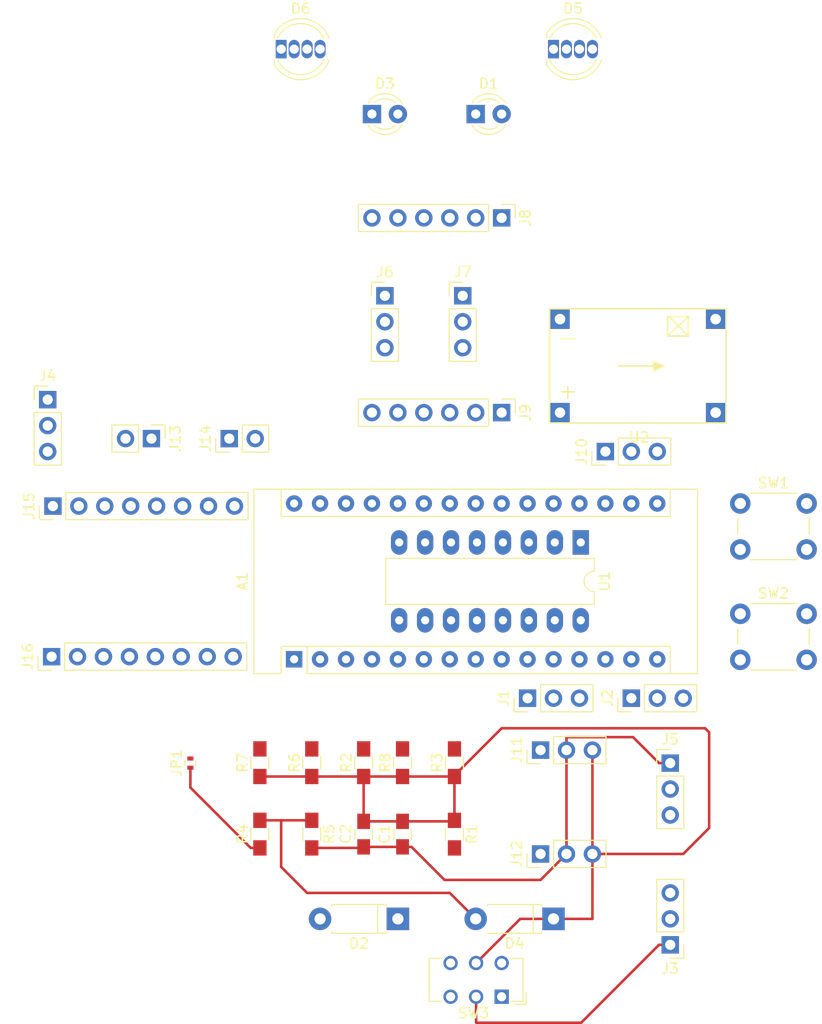
<source format=kicad_pcb>
(kicad_pcb (version 20171130) (host pcbnew "(5.0.1)-4")

  (general
    (thickness 1.6)
    (drawings 0)
    (tracks 59)
    (zones 0)
    (modules 39)
    (nets 58)
  )

  (page A4)
  (layers
    (0 F.Cu signal)
    (31 B.Cu signal)
    (32 B.Adhes user)
    (33 F.Adhes user)
    (34 B.Paste user)
    (35 F.Paste user)
    (36 B.SilkS user)
    (37 F.SilkS user)
    (38 B.Mask user)
    (39 F.Mask user)
    (40 Dwgs.User user)
    (41 Cmts.User user)
    (42 Eco1.User user)
    (43 Eco2.User user)
    (44 Edge.Cuts user)
    (45 Margin user)
    (46 B.CrtYd user)
    (47 F.CrtYd user)
    (48 B.Fab user)
    (49 F.Fab user)
  )

  (setup
    (last_trace_width 0.25)
    (trace_clearance 0.2)
    (zone_clearance 0.508)
    (zone_45_only no)
    (trace_min 0.2)
    (segment_width 0.2)
    (edge_width 0.15)
    (via_size 0.8)
    (via_drill 0.4)
    (via_min_size 0.4)
    (via_min_drill 0.3)
    (uvia_size 0.3)
    (uvia_drill 0.1)
    (uvias_allowed no)
    (uvia_min_size 0.2)
    (uvia_min_drill 0.1)
    (pcb_text_width 0.3)
    (pcb_text_size 1.5 1.5)
    (mod_edge_width 0.15)
    (mod_text_size 1 1)
    (mod_text_width 0.15)
    (pad_size 1.524 1.524)
    (pad_drill 0.762)
    (pad_to_mask_clearance 0.051)
    (solder_mask_min_width 0.25)
    (aux_axis_origin 0 0)
    (visible_elements 7FFFFFFF)
    (pcbplotparams
      (layerselection 0x010fc_ffffffff)
      (usegerberextensions false)
      (usegerberattributes false)
      (usegerberadvancedattributes false)
      (creategerberjobfile false)
      (excludeedgelayer true)
      (linewidth 0.100000)
      (plotframeref false)
      (viasonmask false)
      (mode 1)
      (useauxorigin false)
      (hpglpennumber 1)
      (hpglpenspeed 20)
      (hpglpendiameter 15.000000)
      (psnegative false)
      (psa4output false)
      (plotreference true)
      (plotvalue true)
      (plotinvisibletext false)
      (padsonsilk false)
      (subtractmaskfromsilk false)
      (outputformat 1)
      (mirror false)
      (drillshape 1)
      (scaleselection 1)
      (outputdirectory ""))
  )

  (net 0 "")
  (net 1 BT_RX)
  (net 2 "Net-(A1-Pad17)")
  (net 3 BT_TX)
  (net 4 "Net-(A1-Pad18)")
  (net 5 "Net-(A1-Pad3)")
  (net 6 BAT)
  (net 7 GND)
  (net 8 A1)
  (net 9 NEO)
  (net 10 LINEA_1)
  (net 11 PWM_DER)
  (net 12 LINEA_2)
  (net 13 I2C_SDA)
  (net 14 LINEA_3)
  (net 15 I2C_SCL)
  (net 16 DIST_DCHA)
  (net 17 PWM_IZQ)
  (net 18 DIST_FRONT)
  (net 19 D7)
  (net 20 DIST_IZQ)
  (net 21 D8)
  (net 22 +5V)
  (net 23 D9)
  (net 24 "Net-(A1-Pad28)")
  (net 25 D10)
  (net 26 D11)
  (net 27 VCC)
  (net 28 LINEA_SEL)
  (net 29 D13)
  (net 30 LED_R)
  (net 31 "Net-(D1-Pad2)")
  (net 32 "Net-(D2-Pad1)")
  (net 33 "Net-(D3-Pad2)")
  (net 34 LED_G)
  (net 35 "Net-(D5-Pad1)")
  (net 36 "Net-(D5-Pad4)")
  (net 37 "Net-(J3-Pad2)")
  (net 38 VBAT)
  (net 39 "Net-(J6-Pad2)")
  (net 40 "Net-(J8-Pad1)")
  (net 41 "Net-(J8-Pad6)")
  (net 42 M_IZQ_-)
  (net 43 M_IZQ_+)
  (net 44 M_DER_+)
  (net 45 M_DER_-)
  (net 46 DIR_DER_2)
  (net 47 DIR_DER_1)
  (net 48 STBY_MOT)
  (net 49 DIR_IZQ_1)
  (net 50 DIR_IZQ_2)
  (net 51 VDD)
  (net 52 B1)
  (net 53 B2)
  (net 54 "Net-(SW3-Pad1)")
  (net 55 "Net-(SW3-Pad3)")
  (net 56 "Net-(SW3-Pad4)")
  (net 57 "Net-(U1-Pad13)")

  (net_class Default "Esta es la clase de red por defecto."
    (clearance 0.2)
    (trace_width 0.25)
    (via_dia 0.8)
    (via_drill 0.4)
    (uvia_dia 0.3)
    (uvia_drill 0.1)
    (add_net +5V)
    (add_net A1)
    (add_net B1)
    (add_net B2)
    (add_net BAT)
    (add_net BT_RX)
    (add_net BT_TX)
    (add_net D10)
    (add_net D11)
    (add_net D13)
    (add_net D7)
    (add_net D8)
    (add_net D9)
    (add_net DIR_DER_1)
    (add_net DIR_DER_2)
    (add_net DIR_IZQ_1)
    (add_net DIR_IZQ_2)
    (add_net DIST_DCHA)
    (add_net DIST_FRONT)
    (add_net DIST_IZQ)
    (add_net GND)
    (add_net I2C_SCL)
    (add_net I2C_SDA)
    (add_net LED_G)
    (add_net LED_R)
    (add_net LINEA_1)
    (add_net LINEA_2)
    (add_net LINEA_3)
    (add_net LINEA_SEL)
    (add_net M_DER_+)
    (add_net M_DER_-)
    (add_net M_IZQ_+)
    (add_net M_IZQ_-)
    (add_net NEO)
    (add_net "Net-(A1-Pad17)")
    (add_net "Net-(A1-Pad18)")
    (add_net "Net-(A1-Pad28)")
    (add_net "Net-(A1-Pad3)")
    (add_net "Net-(D1-Pad2)")
    (add_net "Net-(D2-Pad1)")
    (add_net "Net-(D3-Pad2)")
    (add_net "Net-(D5-Pad1)")
    (add_net "Net-(D5-Pad4)")
    (add_net "Net-(J3-Pad2)")
    (add_net "Net-(J6-Pad2)")
    (add_net "Net-(J8-Pad1)")
    (add_net "Net-(J8-Pad6)")
    (add_net "Net-(SW3-Pad1)")
    (add_net "Net-(SW3-Pad3)")
    (add_net "Net-(SW3-Pad4)")
    (add_net "Net-(U1-Pad13)")
    (add_net PWM_DER)
    (add_net PWM_IZQ)
    (add_net STBY_MOT)
    (add_net VBAT)
    (add_net VCC)
    (add_net VDD)
  )

  (module Modules:Arduino_Nano (layer F.Cu) (tedit 58ACAF70) (tstamp 5C1E28CC)
    (at 106.68 95.25 90)
    (descr "Arduino Nano, http://www.mouser.com/pdfdocs/Gravitech_Arduino_Nano3_0.pdf")
    (tags "Arduino Nano")
    (path /5C070329)
    (fp_text reference A1 (at 7.62 -5.08 90) (layer F.SilkS)
      (effects (font (size 1 1) (thickness 0.15)))
    )
    (fp_text value Arduino_Nano_v3.x (at 8.89 19.05 180) (layer F.Fab)
      (effects (font (size 1 1) (thickness 0.15)))
    )
    (fp_line (start 16.75 42.16) (end -1.53 42.16) (layer F.CrtYd) (width 0.05))
    (fp_line (start 16.75 42.16) (end 16.75 -4.06) (layer F.CrtYd) (width 0.05))
    (fp_line (start -1.53 -4.06) (end -1.53 42.16) (layer F.CrtYd) (width 0.05))
    (fp_line (start -1.53 -4.06) (end 16.75 -4.06) (layer F.CrtYd) (width 0.05))
    (fp_line (start 16.51 -3.81) (end 16.51 39.37) (layer F.Fab) (width 0.1))
    (fp_line (start 0 -3.81) (end 16.51 -3.81) (layer F.Fab) (width 0.1))
    (fp_line (start -1.27 -2.54) (end 0 -3.81) (layer F.Fab) (width 0.1))
    (fp_line (start -1.27 39.37) (end -1.27 -2.54) (layer F.Fab) (width 0.1))
    (fp_line (start 16.51 39.37) (end -1.27 39.37) (layer F.Fab) (width 0.1))
    (fp_line (start 16.64 -3.94) (end -1.4 -3.94) (layer F.SilkS) (width 0.12))
    (fp_line (start 16.64 39.5) (end 16.64 -3.94) (layer F.SilkS) (width 0.12))
    (fp_line (start -1.4 39.5) (end 16.64 39.5) (layer F.SilkS) (width 0.12))
    (fp_line (start 3.81 41.91) (end 3.81 31.75) (layer F.Fab) (width 0.1))
    (fp_line (start 11.43 41.91) (end 3.81 41.91) (layer F.Fab) (width 0.1))
    (fp_line (start 11.43 31.75) (end 11.43 41.91) (layer F.Fab) (width 0.1))
    (fp_line (start 3.81 31.75) (end 11.43 31.75) (layer F.Fab) (width 0.1))
    (fp_line (start 1.27 36.83) (end -1.4 36.83) (layer F.SilkS) (width 0.12))
    (fp_line (start 1.27 1.27) (end 1.27 36.83) (layer F.SilkS) (width 0.12))
    (fp_line (start 1.27 1.27) (end -1.4 1.27) (layer F.SilkS) (width 0.12))
    (fp_line (start 13.97 36.83) (end 16.64 36.83) (layer F.SilkS) (width 0.12))
    (fp_line (start 13.97 -1.27) (end 13.97 36.83) (layer F.SilkS) (width 0.12))
    (fp_line (start 13.97 -1.27) (end 16.64 -1.27) (layer F.SilkS) (width 0.12))
    (fp_line (start -1.4 -3.94) (end -1.4 -1.27) (layer F.SilkS) (width 0.12))
    (fp_line (start -1.4 1.27) (end -1.4 39.5) (layer F.SilkS) (width 0.12))
    (fp_line (start 1.27 -1.27) (end -1.4 -1.27) (layer F.SilkS) (width 0.12))
    (fp_line (start 1.27 1.27) (end 1.27 -1.27) (layer F.SilkS) (width 0.12))
    (fp_text user %R (at 6.35 19.05 180) (layer F.Fab)
      (effects (font (size 1 1) (thickness 0.15)))
    )
    (pad 16 thru_hole oval (at 15.24 35.56 90) (size 1.6 1.6) (drill 0.8) (layers *.Cu *.Mask)
      (net 29 D13))
    (pad 15 thru_hole oval (at 0 35.56 90) (size 1.6 1.6) (drill 0.8) (layers *.Cu *.Mask)
      (net 28 LINEA_SEL))
    (pad 30 thru_hole oval (at 15.24 0 90) (size 1.6 1.6) (drill 0.8) (layers *.Cu *.Mask)
      (net 27 VCC))
    (pad 14 thru_hole oval (at 0 33.02 90) (size 1.6 1.6) (drill 0.8) (layers *.Cu *.Mask)
      (net 26 D11))
    (pad 29 thru_hole oval (at 15.24 2.54 90) (size 1.6 1.6) (drill 0.8) (layers *.Cu *.Mask)
      (net 7 GND))
    (pad 13 thru_hole oval (at 0 30.48 90) (size 1.6 1.6) (drill 0.8) (layers *.Cu *.Mask)
      (net 25 D10))
    (pad 28 thru_hole oval (at 15.24 5.08 90) (size 1.6 1.6) (drill 0.8) (layers *.Cu *.Mask)
      (net 24 "Net-(A1-Pad28)"))
    (pad 12 thru_hole oval (at 0 27.94 90) (size 1.6 1.6) (drill 0.8) (layers *.Cu *.Mask)
      (net 23 D9))
    (pad 27 thru_hole oval (at 15.24 7.62 90) (size 1.6 1.6) (drill 0.8) (layers *.Cu *.Mask)
      (net 22 +5V))
    (pad 11 thru_hole oval (at 0 25.4 90) (size 1.6 1.6) (drill 0.8) (layers *.Cu *.Mask)
      (net 21 D8))
    (pad 26 thru_hole oval (at 15.24 10.16 90) (size 1.6 1.6) (drill 0.8) (layers *.Cu *.Mask)
      (net 20 DIST_IZQ))
    (pad 10 thru_hole oval (at 0 22.86 90) (size 1.6 1.6) (drill 0.8) (layers *.Cu *.Mask)
      (net 19 D7))
    (pad 25 thru_hole oval (at 15.24 12.7 90) (size 1.6 1.6) (drill 0.8) (layers *.Cu *.Mask)
      (net 18 DIST_FRONT))
    (pad 9 thru_hole oval (at 0 20.32 90) (size 1.6 1.6) (drill 0.8) (layers *.Cu *.Mask)
      (net 17 PWM_IZQ))
    (pad 24 thru_hole oval (at 15.24 15.24 90) (size 1.6 1.6) (drill 0.8) (layers *.Cu *.Mask)
      (net 16 DIST_DCHA))
    (pad 8 thru_hole oval (at 0 17.78 90) (size 1.6 1.6) (drill 0.8) (layers *.Cu *.Mask)
      (net 15 I2C_SCL))
    (pad 23 thru_hole oval (at 15.24 17.78 90) (size 1.6 1.6) (drill 0.8) (layers *.Cu *.Mask)
      (net 14 LINEA_3))
    (pad 7 thru_hole oval (at 0 15.24 90) (size 1.6 1.6) (drill 0.8) (layers *.Cu *.Mask)
      (net 13 I2C_SDA))
    (pad 22 thru_hole oval (at 15.24 20.32 90) (size 1.6 1.6) (drill 0.8) (layers *.Cu *.Mask)
      (net 12 LINEA_2))
    (pad 6 thru_hole oval (at 0 12.7 90) (size 1.6 1.6) (drill 0.8) (layers *.Cu *.Mask)
      (net 11 PWM_DER))
    (pad 21 thru_hole oval (at 15.24 22.86 90) (size 1.6 1.6) (drill 0.8) (layers *.Cu *.Mask)
      (net 10 LINEA_1))
    (pad 5 thru_hole oval (at 0 10.16 90) (size 1.6 1.6) (drill 0.8) (layers *.Cu *.Mask)
      (net 9 NEO))
    (pad 20 thru_hole oval (at 15.24 25.4 90) (size 1.6 1.6) (drill 0.8) (layers *.Cu *.Mask)
      (net 8 A1))
    (pad 4 thru_hole oval (at 0 7.62 90) (size 1.6 1.6) (drill 0.8) (layers *.Cu *.Mask)
      (net 7 GND))
    (pad 19 thru_hole oval (at 15.24 27.94 90) (size 1.6 1.6) (drill 0.8) (layers *.Cu *.Mask)
      (net 6 BAT))
    (pad 3 thru_hole oval (at 0 5.08 90) (size 1.6 1.6) (drill 0.8) (layers *.Cu *.Mask)
      (net 5 "Net-(A1-Pad3)"))
    (pad 18 thru_hole oval (at 15.24 30.48 90) (size 1.6 1.6) (drill 0.8) (layers *.Cu *.Mask)
      (net 4 "Net-(A1-Pad18)"))
    (pad 2 thru_hole oval (at 0 2.54 90) (size 1.6 1.6) (drill 0.8) (layers *.Cu *.Mask)
      (net 3 BT_TX))
    (pad 17 thru_hole oval (at 15.24 33.02 90) (size 1.6 1.6) (drill 0.8) (layers *.Cu *.Mask)
      (net 2 "Net-(A1-Pad17)"))
    (pad 1 thru_hole rect (at 0 0 90) (size 1.6 1.6) (drill 0.8) (layers *.Cu *.Mask)
      (net 1 BT_RX))
  )

  (module Capacitors_SMD:C_0805_HandSoldering (layer F.Cu) (tedit 58AA84A8) (tstamp 5C1E28DD)
    (at 117.297773 112.357814 90)
    (descr "Capacitor SMD 0805, hand soldering")
    (tags "capacitor 0805")
    (path /5C12A37D)
    (attr smd)
    (fp_text reference C1 (at 0 -1.75 90) (layer F.SilkS)
      (effects (font (size 1 1) (thickness 0.15)))
    )
    (fp_text value C (at 0 1.75 90) (layer F.Fab)
      (effects (font (size 1 1) (thickness 0.15)))
    )
    (fp_line (start 2.25 0.87) (end -2.25 0.87) (layer F.CrtYd) (width 0.05))
    (fp_line (start 2.25 0.87) (end 2.25 -0.88) (layer F.CrtYd) (width 0.05))
    (fp_line (start -2.25 -0.88) (end -2.25 0.87) (layer F.CrtYd) (width 0.05))
    (fp_line (start -2.25 -0.88) (end 2.25 -0.88) (layer F.CrtYd) (width 0.05))
    (fp_line (start -0.5 0.85) (end 0.5 0.85) (layer F.SilkS) (width 0.12))
    (fp_line (start 0.5 -0.85) (end -0.5 -0.85) (layer F.SilkS) (width 0.12))
    (fp_line (start -1 -0.62) (end 1 -0.62) (layer F.Fab) (width 0.1))
    (fp_line (start 1 -0.62) (end 1 0.62) (layer F.Fab) (width 0.1))
    (fp_line (start 1 0.62) (end -1 0.62) (layer F.Fab) (width 0.1))
    (fp_line (start -1 0.62) (end -1 -0.62) (layer F.Fab) (width 0.1))
    (fp_text user %R (at 0 -1.75 90) (layer F.Fab)
      (effects (font (size 1 1) (thickness 0.15)))
    )
    (pad 2 smd rect (at 1.25 0 90) (size 1.5 1.25) (layers F.Cu F.Paste F.Mask)
      (net 22 +5V))
    (pad 1 smd rect (at -1.25 0 90) (size 1.5 1.25) (layers F.Cu F.Paste F.Mask)
      (net 7 GND))
    (model Capacitors_SMD.3dshapes/C_0805.wrl
      (at (xyz 0 0 0))
      (scale (xyz 1 1 1))
      (rotate (xyz 0 0 0))
    )
  )

  (module Capacitors_SMD:C_0805_HandSoldering (layer F.Cu) (tedit 58AA84A8) (tstamp 5C1E28EE)
    (at 113.487775 112.357816 90)
    (descr "Capacitor SMD 0805, hand soldering")
    (tags "capacitor 0805")
    (path /5C12A1FE)
    (attr smd)
    (fp_text reference C2 (at 0 -1.75 90) (layer F.SilkS)
      (effects (font (size 1 1) (thickness 0.15)))
    )
    (fp_text value C (at 0 1.75 90) (layer F.Fab)
      (effects (font (size 1 1) (thickness 0.15)))
    )
    (fp_text user %R (at 0 -1.75 90) (layer F.Fab)
      (effects (font (size 1 1) (thickness 0.15)))
    )
    (fp_line (start -1 0.62) (end -1 -0.62) (layer F.Fab) (width 0.1))
    (fp_line (start 1 0.62) (end -1 0.62) (layer F.Fab) (width 0.1))
    (fp_line (start 1 -0.62) (end 1 0.62) (layer F.Fab) (width 0.1))
    (fp_line (start -1 -0.62) (end 1 -0.62) (layer F.Fab) (width 0.1))
    (fp_line (start 0.5 -0.85) (end -0.5 -0.85) (layer F.SilkS) (width 0.12))
    (fp_line (start -0.5 0.85) (end 0.5 0.85) (layer F.SilkS) (width 0.12))
    (fp_line (start -2.25 -0.88) (end 2.25 -0.88) (layer F.CrtYd) (width 0.05))
    (fp_line (start -2.25 -0.88) (end -2.25 0.87) (layer F.CrtYd) (width 0.05))
    (fp_line (start 2.25 0.87) (end 2.25 -0.88) (layer F.CrtYd) (width 0.05))
    (fp_line (start 2.25 0.87) (end -2.25 0.87) (layer F.CrtYd) (width 0.05))
    (pad 1 smd rect (at -1.25 0 90) (size 1.5 1.25) (layers F.Cu F.Paste F.Mask)
      (net 7 GND))
    (pad 2 smd rect (at 1.25 0 90) (size 1.5 1.25) (layers F.Cu F.Paste F.Mask)
      (net 22 +5V))
    (model Capacitors_SMD.3dshapes/C_0805.wrl
      (at (xyz 0 0 0))
      (scale (xyz 1 1 1))
      (rotate (xyz 0 0 0))
    )
  )

  (module LEDs:LED_D3.0mm (layer F.Cu) (tedit 587A3A7B) (tstamp 5C1E2901)
    (at 124.46 41.91)
    (descr "LED, diameter 3.0mm, 2 pins")
    (tags "LED diameter 3.0mm 2 pins")
    (path /5BF99DC7)
    (fp_text reference D1 (at 1.27 -2.96) (layer F.SilkS)
      (effects (font (size 1 1) (thickness 0.15)))
    )
    (fp_text value LED (at 1.27 2.96) (layer F.Fab)
      (effects (font (size 1 1) (thickness 0.15)))
    )
    (fp_line (start 3.7 -2.25) (end -1.15 -2.25) (layer F.CrtYd) (width 0.05))
    (fp_line (start 3.7 2.25) (end 3.7 -2.25) (layer F.CrtYd) (width 0.05))
    (fp_line (start -1.15 2.25) (end 3.7 2.25) (layer F.CrtYd) (width 0.05))
    (fp_line (start -1.15 -2.25) (end -1.15 2.25) (layer F.CrtYd) (width 0.05))
    (fp_line (start -0.29 1.08) (end -0.29 1.236) (layer F.SilkS) (width 0.12))
    (fp_line (start -0.29 -1.236) (end -0.29 -1.08) (layer F.SilkS) (width 0.12))
    (fp_line (start -0.23 -1.16619) (end -0.23 1.16619) (layer F.Fab) (width 0.1))
    (fp_circle (center 1.27 0) (end 2.77 0) (layer F.Fab) (width 0.1))
    (fp_arc (start 1.27 0) (end 0.229039 1.08) (angle -87.9) (layer F.SilkS) (width 0.12))
    (fp_arc (start 1.27 0) (end 0.229039 -1.08) (angle 87.9) (layer F.SilkS) (width 0.12))
    (fp_arc (start 1.27 0) (end -0.29 1.235516) (angle -108.8) (layer F.SilkS) (width 0.12))
    (fp_arc (start 1.27 0) (end -0.29 -1.235516) (angle 108.8) (layer F.SilkS) (width 0.12))
    (fp_arc (start 1.27 0) (end -0.23 -1.16619) (angle 284.3) (layer F.Fab) (width 0.1))
    (pad 2 thru_hole circle (at 2.54 0) (size 1.8 1.8) (drill 0.9) (layers *.Cu *.Mask)
      (net 31 "Net-(D1-Pad2)"))
    (pad 1 thru_hole rect (at 0 0) (size 1.8 1.8) (drill 0.9) (layers *.Cu *.Mask)
      (net 30 LED_R))
    (model ${KISYS3DMOD}/LEDs.3dshapes/LED_D3.0mm.wrl
      (at (xyz 0 0 0))
      (scale (xyz 0.393701 0.393701 0.393701))
      (rotate (xyz 0 0 0))
    )
  )

  (module Diodes_THT:D_DO-41_SOD81_P7.62mm_Horizontal (layer F.Cu) (tedit 5921392F) (tstamp 5C1E291A)
    (at 116.84 120.65 180)
    (descr "D, DO-41_SOD81 series, Axial, Horizontal, pin pitch=7.62mm, , length*diameter=5.2*2.7mm^2, , http://www.diodes.com/_files/packages/DO-41%20(Plastic).pdf")
    (tags "D DO-41_SOD81 series Axial Horizontal pin pitch 7.62mm  length 5.2mm diameter 2.7mm")
    (path /5BFBADF7)
    (fp_text reference D2 (at 3.81 -2.41 180) (layer F.SilkS)
      (effects (font (size 1 1) (thickness 0.15)))
    )
    (fp_text value D_Small (at 3.81 2.41 180) (layer F.Fab)
      (effects (font (size 1 1) (thickness 0.15)))
    )
    (fp_text user %R (at 3.81 0 180) (layer F.Fab)
      (effects (font (size 1 1) (thickness 0.15)))
    )
    (fp_line (start 1.21 -1.35) (end 1.21 1.35) (layer F.Fab) (width 0.1))
    (fp_line (start 1.21 1.35) (end 6.41 1.35) (layer F.Fab) (width 0.1))
    (fp_line (start 6.41 1.35) (end 6.41 -1.35) (layer F.Fab) (width 0.1))
    (fp_line (start 6.41 -1.35) (end 1.21 -1.35) (layer F.Fab) (width 0.1))
    (fp_line (start 0 0) (end 1.21 0) (layer F.Fab) (width 0.1))
    (fp_line (start 7.62 0) (end 6.41 0) (layer F.Fab) (width 0.1))
    (fp_line (start 1.99 -1.35) (end 1.99 1.35) (layer F.Fab) (width 0.1))
    (fp_line (start 1.15 -1.28) (end 1.15 -1.41) (layer F.SilkS) (width 0.12))
    (fp_line (start 1.15 -1.41) (end 6.47 -1.41) (layer F.SilkS) (width 0.12))
    (fp_line (start 6.47 -1.41) (end 6.47 -1.28) (layer F.SilkS) (width 0.12))
    (fp_line (start 1.15 1.28) (end 1.15 1.41) (layer F.SilkS) (width 0.12))
    (fp_line (start 1.15 1.41) (end 6.47 1.41) (layer F.SilkS) (width 0.12))
    (fp_line (start 6.47 1.41) (end 6.47 1.28) (layer F.SilkS) (width 0.12))
    (fp_line (start 1.99 -1.41) (end 1.99 1.41) (layer F.SilkS) (width 0.12))
    (fp_line (start -1.35 -1.7) (end -1.35 1.7) (layer F.CrtYd) (width 0.05))
    (fp_line (start -1.35 1.7) (end 9 1.7) (layer F.CrtYd) (width 0.05))
    (fp_line (start 9 1.7) (end 9 -1.7) (layer F.CrtYd) (width 0.05))
    (fp_line (start 9 -1.7) (end -1.35 -1.7) (layer F.CrtYd) (width 0.05))
    (pad 1 thru_hole rect (at 0 0 180) (size 2.2 2.2) (drill 1.1) (layers *.Cu *.Mask)
      (net 32 "Net-(D2-Pad1)"))
    (pad 2 thru_hole oval (at 7.62 0 180) (size 2.2 2.2) (drill 1.1) (layers *.Cu *.Mask)
      (net 3 BT_TX))
    (model ${KISYS3DMOD}/Diodes_THT.3dshapes/D_DO-41_SOD81_P7.62mm_Horizontal.wrl
      (at (xyz 0 0 0))
      (scale (xyz 0.393701 0.393701 0.393701))
      (rotate (xyz 0 0 0))
    )
  )

  (module LEDs:LED_D3.0mm (layer F.Cu) (tedit 587A3A7B) (tstamp 5C1E292D)
    (at 114.3 41.91)
    (descr "LED, diameter 3.0mm, 2 pins")
    (tags "LED diameter 3.0mm 2 pins")
    (path /5BF99E57)
    (fp_text reference D3 (at 1.27 -2.96) (layer F.SilkS)
      (effects (font (size 1 1) (thickness 0.15)))
    )
    (fp_text value LED (at 1.27 2.96) (layer F.Fab)
      (effects (font (size 1 1) (thickness 0.15)))
    )
    (fp_arc (start 1.27 0) (end -0.23 -1.16619) (angle 284.3) (layer F.Fab) (width 0.1))
    (fp_arc (start 1.27 0) (end -0.29 -1.235516) (angle 108.8) (layer F.SilkS) (width 0.12))
    (fp_arc (start 1.27 0) (end -0.29 1.235516) (angle -108.8) (layer F.SilkS) (width 0.12))
    (fp_arc (start 1.27 0) (end 0.229039 -1.08) (angle 87.9) (layer F.SilkS) (width 0.12))
    (fp_arc (start 1.27 0) (end 0.229039 1.08) (angle -87.9) (layer F.SilkS) (width 0.12))
    (fp_circle (center 1.27 0) (end 2.77 0) (layer F.Fab) (width 0.1))
    (fp_line (start -0.23 -1.16619) (end -0.23 1.16619) (layer F.Fab) (width 0.1))
    (fp_line (start -0.29 -1.236) (end -0.29 -1.08) (layer F.SilkS) (width 0.12))
    (fp_line (start -0.29 1.08) (end -0.29 1.236) (layer F.SilkS) (width 0.12))
    (fp_line (start -1.15 -2.25) (end -1.15 2.25) (layer F.CrtYd) (width 0.05))
    (fp_line (start -1.15 2.25) (end 3.7 2.25) (layer F.CrtYd) (width 0.05))
    (fp_line (start 3.7 2.25) (end 3.7 -2.25) (layer F.CrtYd) (width 0.05))
    (fp_line (start 3.7 -2.25) (end -1.15 -2.25) (layer F.CrtYd) (width 0.05))
    (pad 1 thru_hole rect (at 0 0) (size 1.8 1.8) (drill 0.9) (layers *.Cu *.Mask)
      (net 34 LED_G))
    (pad 2 thru_hole circle (at 2.54 0) (size 1.8 1.8) (drill 0.9) (layers *.Cu *.Mask)
      (net 33 "Net-(D3-Pad2)"))
    (model ${KISYS3DMOD}/LEDs.3dshapes/LED_D3.0mm.wrl
      (at (xyz 0 0 0))
      (scale (xyz 0.393701 0.393701 0.393701))
      (rotate (xyz 0 0 0))
    )
  )

  (module Diodes_THT:D_DO-41_SOD81_P7.62mm_Horizontal (layer F.Cu) (tedit 5921392F) (tstamp 5C1E888B)
    (at 132.08 120.65 180)
    (descr "D, DO-41_SOD81 series, Axial, Horizontal, pin pitch=7.62mm, , length*diameter=5.2*2.7mm^2, , http://www.diodes.com/_files/packages/DO-41%20(Plastic).pdf")
    (tags "D DO-41_SOD81 series Axial Horizontal pin pitch 7.62mm  length 5.2mm diameter 2.7mm")
    (path /5BFA839C)
    (fp_text reference D4 (at 3.81 -2.41 180) (layer F.SilkS)
      (effects (font (size 1 1) (thickness 0.15)))
    )
    (fp_text value D_Small (at 3.81 2.41 180) (layer F.Fab)
      (effects (font (size 1 1) (thickness 0.15)))
    )
    (fp_text user %R (at 3.81 0 180) (layer F.Fab)
      (effects (font (size 1 1) (thickness 0.15)))
    )
    (fp_line (start 1.21 -1.35) (end 1.21 1.35) (layer F.Fab) (width 0.1))
    (fp_line (start 1.21 1.35) (end 6.41 1.35) (layer F.Fab) (width 0.1))
    (fp_line (start 6.41 1.35) (end 6.41 -1.35) (layer F.Fab) (width 0.1))
    (fp_line (start 6.41 -1.35) (end 1.21 -1.35) (layer F.Fab) (width 0.1))
    (fp_line (start 0 0) (end 1.21 0) (layer F.Fab) (width 0.1))
    (fp_line (start 7.62 0) (end 6.41 0) (layer F.Fab) (width 0.1))
    (fp_line (start 1.99 -1.35) (end 1.99 1.35) (layer F.Fab) (width 0.1))
    (fp_line (start 1.15 -1.28) (end 1.15 -1.41) (layer F.SilkS) (width 0.12))
    (fp_line (start 1.15 -1.41) (end 6.47 -1.41) (layer F.SilkS) (width 0.12))
    (fp_line (start 6.47 -1.41) (end 6.47 -1.28) (layer F.SilkS) (width 0.12))
    (fp_line (start 1.15 1.28) (end 1.15 1.41) (layer F.SilkS) (width 0.12))
    (fp_line (start 1.15 1.41) (end 6.47 1.41) (layer F.SilkS) (width 0.12))
    (fp_line (start 6.47 1.41) (end 6.47 1.28) (layer F.SilkS) (width 0.12))
    (fp_line (start 1.99 -1.41) (end 1.99 1.41) (layer F.SilkS) (width 0.12))
    (fp_line (start -1.35 -1.7) (end -1.35 1.7) (layer F.CrtYd) (width 0.05))
    (fp_line (start -1.35 1.7) (end 9 1.7) (layer F.CrtYd) (width 0.05))
    (fp_line (start 9 1.7) (end 9 -1.7) (layer F.CrtYd) (width 0.05))
    (fp_line (start 9 -1.7) (end -1.35 -1.7) (layer F.CrtYd) (width 0.05))
    (pad 1 thru_hole rect (at 0 0 180) (size 2.2 2.2) (drill 1.1) (layers *.Cu *.Mask)
      (net 22 +5V))
    (pad 2 thru_hole oval (at 7.62 0 180) (size 2.2 2.2) (drill 1.1) (layers *.Cu *.Mask)
      (net 6 BAT))
    (model ${KISYS3DMOD}/Diodes_THT.3dshapes/D_DO-41_SOD81_P7.62mm_Horizontal.wrl
      (at (xyz 0 0 0))
      (scale (xyz 0.393701 0.393701 0.393701))
      (rotate (xyz 0 0 0))
    )
  )

  (module LEDs:LED_D5.0mm-4 (layer F.Cu) (tedit 587A3A7B) (tstamp 5C1E295B)
    (at 132.08 35.56)
    (descr "LED, diameter 5.0mm, 2 pins, diameter 5.0mm, 3 pins, diameter 5.0mm, 4 pins, http://www.kingbright.com/attachments/file/psearch/000/00/00/L-154A4SUREQBFZGEW(Ver.9A).pdf")
    (tags "LED diameter 5.0mm 2 pins diameter 5.0mm 3 pins diameter 5.0mm 4 pins")
    (path /5C11058A)
    (fp_text reference D5 (at 1.905 -3.96) (layer F.SilkS)
      (effects (font (size 1 1) (thickness 0.15)))
    )
    (fp_text value NeoPixel_THT (at 1.905 3.96) (layer F.Fab)
      (effects (font (size 1 1) (thickness 0.15)))
    )
    (fp_line (start 5.15 -3.25) (end -1.35 -3.25) (layer F.CrtYd) (width 0.05))
    (fp_line (start 5.15 3.25) (end 5.15 -3.25) (layer F.CrtYd) (width 0.05))
    (fp_line (start -1.35 3.25) (end 5.15 3.25) (layer F.CrtYd) (width 0.05))
    (fp_line (start -1.35 -3.25) (end -1.35 3.25) (layer F.CrtYd) (width 0.05))
    (fp_line (start -0.655 1.08) (end -0.655 1.545) (layer F.SilkS) (width 0.12))
    (fp_line (start -0.655 -1.545) (end -0.655 -1.08) (layer F.SilkS) (width 0.12))
    (fp_line (start -0.595 -1.469694) (end -0.595 1.469694) (layer F.Fab) (width 0.1))
    (fp_circle (center 1.905 0) (end 4.405 0) (layer F.Fab) (width 0.1))
    (fp_arc (start 1.905 0) (end -0.349684 1.08) (angle -128.8) (layer F.SilkS) (width 0.12))
    (fp_arc (start 1.905 0) (end -0.349684 -1.08) (angle 128.8) (layer F.SilkS) (width 0.12))
    (fp_arc (start 1.905 0) (end -0.655 1.54483) (angle -127.7) (layer F.SilkS) (width 0.12))
    (fp_arc (start 1.905 0) (end -0.655 -1.54483) (angle 127.7) (layer F.SilkS) (width 0.12))
    (fp_arc (start 1.905 0) (end -0.595 -1.469694) (angle 299.1) (layer F.Fab) (width 0.1))
    (pad 4 thru_hole oval (at 3.81 0) (size 1.07 1.8) (drill 0.9) (layers *.Cu *.Mask)
      (net 36 "Net-(D5-Pad4)"))
    (pad 3 thru_hole oval (at 2.54 0) (size 1.07 1.8) (drill 0.9) (layers *.Cu *.Mask)
      (net 22 +5V))
    (pad 2 thru_hole oval (at 1.27 0) (size 1.07 1.8) (drill 0.9) (layers *.Cu *.Mask)
      (net 7 GND))
    (pad 1 thru_hole rect (at 0 0) (size 1.07 1.8) (drill 0.9) (layers *.Cu *.Mask)
      (net 35 "Net-(D5-Pad1)"))
    (model ${KISYS3DMOD}/LEDs.3dshapes/LED_D5.0mm-4.wrl
      (at (xyz 0 0 0))
      (scale (xyz 0.393701 0.393701 0.393701))
      (rotate (xyz 0 0 0))
    )
  )

  (module LEDs:LED_D5.0mm-4 (layer F.Cu) (tedit 587A3A7B) (tstamp 5C1E2970)
    (at 105.41 35.56)
    (descr "LED, diameter 5.0mm, 2 pins, diameter 5.0mm, 3 pins, diameter 5.0mm, 4 pins, http://www.kingbright.com/attachments/file/psearch/000/00/00/L-154A4SUREQBFZGEW(Ver.9A).pdf")
    (tags "LED diameter 5.0mm 2 pins diameter 5.0mm 3 pins diameter 5.0mm 4 pins")
    (path /5C10AC53)
    (fp_text reference D6 (at 1.905 -3.96) (layer F.SilkS)
      (effects (font (size 1 1) (thickness 0.15)))
    )
    (fp_text value NeoPixel_THT (at 1.905 3.96) (layer F.Fab)
      (effects (font (size 1 1) (thickness 0.15)))
    )
    (fp_line (start 5.15 -3.25) (end -1.35 -3.25) (layer F.CrtYd) (width 0.05))
    (fp_line (start 5.15 3.25) (end 5.15 -3.25) (layer F.CrtYd) (width 0.05))
    (fp_line (start -1.35 3.25) (end 5.15 3.25) (layer F.CrtYd) (width 0.05))
    (fp_line (start -1.35 -3.25) (end -1.35 3.25) (layer F.CrtYd) (width 0.05))
    (fp_line (start -0.655 1.08) (end -0.655 1.545) (layer F.SilkS) (width 0.12))
    (fp_line (start -0.655 -1.545) (end -0.655 -1.08) (layer F.SilkS) (width 0.12))
    (fp_line (start -0.595 -1.469694) (end -0.595 1.469694) (layer F.Fab) (width 0.1))
    (fp_circle (center 1.905 0) (end 4.405 0) (layer F.Fab) (width 0.1))
    (fp_arc (start 1.905 0) (end -0.349684 1.08) (angle -128.8) (layer F.SilkS) (width 0.12))
    (fp_arc (start 1.905 0) (end -0.349684 -1.08) (angle 128.8) (layer F.SilkS) (width 0.12))
    (fp_arc (start 1.905 0) (end -0.655 1.54483) (angle -127.7) (layer F.SilkS) (width 0.12))
    (fp_arc (start 1.905 0) (end -0.655 -1.54483) (angle 127.7) (layer F.SilkS) (width 0.12))
    (fp_arc (start 1.905 0) (end -0.595 -1.469694) (angle 299.1) (layer F.Fab) (width 0.1))
    (pad 4 thru_hole oval (at 3.81 0) (size 1.07 1.8) (drill 0.9) (layers *.Cu *.Mask)
      (net 9 NEO))
    (pad 3 thru_hole oval (at 2.54 0) (size 1.07 1.8) (drill 0.9) (layers *.Cu *.Mask)
      (net 22 +5V))
    (pad 2 thru_hole oval (at 1.27 0) (size 1.07 1.8) (drill 0.9) (layers *.Cu *.Mask)
      (net 7 GND))
    (pad 1 thru_hole rect (at 0 0) (size 1.07 1.8) (drill 0.9) (layers *.Cu *.Mask)
      (net 36 "Net-(D5-Pad4)"))
    (model ${KISYS3DMOD}/LEDs.3dshapes/LED_D5.0mm-4.wrl
      (at (xyz 0 0 0))
      (scale (xyz 0.393701 0.393701 0.393701))
      (rotate (xyz 0 0 0))
    )
  )

  (module Pin_Headers:Pin_Header_Straight_1x03_Pitch2.54mm (layer F.Cu) (tedit 59650532) (tstamp 5C1E2987)
    (at 129.54 99.06 90)
    (descr "Through hole straight pin header, 1x03, 2.54mm pitch, single row")
    (tags "Through hole pin header THT 1x03 2.54mm single row")
    (path /5BFAA1EB)
    (fp_text reference J1 (at 0 -2.33 90) (layer F.SilkS)
      (effects (font (size 1 1) (thickness 0.15)))
    )
    (fp_text value Conn_01x03 (at 0 7.41 90) (layer F.Fab)
      (effects (font (size 1 1) (thickness 0.15)))
    )
    (fp_line (start -0.635 -1.27) (end 1.27 -1.27) (layer F.Fab) (width 0.1))
    (fp_line (start 1.27 -1.27) (end 1.27 6.35) (layer F.Fab) (width 0.1))
    (fp_line (start 1.27 6.35) (end -1.27 6.35) (layer F.Fab) (width 0.1))
    (fp_line (start -1.27 6.35) (end -1.27 -0.635) (layer F.Fab) (width 0.1))
    (fp_line (start -1.27 -0.635) (end -0.635 -1.27) (layer F.Fab) (width 0.1))
    (fp_line (start -1.33 6.41) (end 1.33 6.41) (layer F.SilkS) (width 0.12))
    (fp_line (start -1.33 1.27) (end -1.33 6.41) (layer F.SilkS) (width 0.12))
    (fp_line (start 1.33 1.27) (end 1.33 6.41) (layer F.SilkS) (width 0.12))
    (fp_line (start -1.33 1.27) (end 1.33 1.27) (layer F.SilkS) (width 0.12))
    (fp_line (start -1.33 0) (end -1.33 -1.33) (layer F.SilkS) (width 0.12))
    (fp_line (start -1.33 -1.33) (end 0 -1.33) (layer F.SilkS) (width 0.12))
    (fp_line (start -1.8 -1.8) (end -1.8 6.85) (layer F.CrtYd) (width 0.05))
    (fp_line (start -1.8 6.85) (end 1.8 6.85) (layer F.CrtYd) (width 0.05))
    (fp_line (start 1.8 6.85) (end 1.8 -1.8) (layer F.CrtYd) (width 0.05))
    (fp_line (start 1.8 -1.8) (end -1.8 -1.8) (layer F.CrtYd) (width 0.05))
    (fp_text user %R (at 0 2.54 180) (layer F.Fab)
      (effects (font (size 1 1) (thickness 0.15)))
    )
    (pad 1 thru_hole rect (at 0 0 90) (size 1.7 1.7) (drill 1) (layers *.Cu *.Mask)
      (net 19 D7))
    (pad 2 thru_hole oval (at 0 2.54 90) (size 1.7 1.7) (drill 1) (layers *.Cu *.Mask)
      (net 21 D8))
    (pad 3 thru_hole oval (at 0 5.08 90) (size 1.7 1.7) (drill 1) (layers *.Cu *.Mask)
      (net 23 D9))
    (model ${KISYS3DMOD}/Pin_Headers.3dshapes/Pin_Header_Straight_1x03_Pitch2.54mm.wrl
      (at (xyz 0 0 0))
      (scale (xyz 1 1 1))
      (rotate (xyz 0 0 0))
    )
  )

  (module Pin_Headers:Pin_Header_Straight_1x03_Pitch2.54mm (layer F.Cu) (tedit 59650532) (tstamp 5C1EF79C)
    (at 139.7 99.06 90)
    (descr "Through hole straight pin header, 1x03, 2.54mm pitch, single row")
    (tags "Through hole pin header THT 1x03 2.54mm single row")
    (path /5BFAF1D4)
    (fp_text reference J2 (at 0 -2.33 90) (layer F.SilkS)
      (effects (font (size 1 1) (thickness 0.15)))
    )
    (fp_text value Conn_01x03 (at 0 7.41 90) (layer F.Fab)
      (effects (font (size 1 1) (thickness 0.15)))
    )
    (fp_text user %R (at 0 2.54 180) (layer F.Fab)
      (effects (font (size 1 1) (thickness 0.15)))
    )
    (fp_line (start 1.8 -1.8) (end -1.8 -1.8) (layer F.CrtYd) (width 0.05))
    (fp_line (start 1.8 6.85) (end 1.8 -1.8) (layer F.CrtYd) (width 0.05))
    (fp_line (start -1.8 6.85) (end 1.8 6.85) (layer F.CrtYd) (width 0.05))
    (fp_line (start -1.8 -1.8) (end -1.8 6.85) (layer F.CrtYd) (width 0.05))
    (fp_line (start -1.33 -1.33) (end 0 -1.33) (layer F.SilkS) (width 0.12))
    (fp_line (start -1.33 0) (end -1.33 -1.33) (layer F.SilkS) (width 0.12))
    (fp_line (start -1.33 1.27) (end 1.33 1.27) (layer F.SilkS) (width 0.12))
    (fp_line (start 1.33 1.27) (end 1.33 6.41) (layer F.SilkS) (width 0.12))
    (fp_line (start -1.33 1.27) (end -1.33 6.41) (layer F.SilkS) (width 0.12))
    (fp_line (start -1.33 6.41) (end 1.33 6.41) (layer F.SilkS) (width 0.12))
    (fp_line (start -1.27 -0.635) (end -0.635 -1.27) (layer F.Fab) (width 0.1))
    (fp_line (start -1.27 6.35) (end -1.27 -0.635) (layer F.Fab) (width 0.1))
    (fp_line (start 1.27 6.35) (end -1.27 6.35) (layer F.Fab) (width 0.1))
    (fp_line (start 1.27 -1.27) (end 1.27 6.35) (layer F.Fab) (width 0.1))
    (fp_line (start -0.635 -1.27) (end 1.27 -1.27) (layer F.Fab) (width 0.1))
    (pad 3 thru_hole oval (at 0 5.08 90) (size 1.7 1.7) (drill 1) (layers *.Cu *.Mask)
      (net 29 D13))
    (pad 2 thru_hole oval (at 0 2.54 90) (size 1.7 1.7) (drill 1) (layers *.Cu *.Mask)
      (net 26 D11))
    (pad 1 thru_hole rect (at 0 0 90) (size 1.7 1.7) (drill 1) (layers *.Cu *.Mask)
      (net 25 D10))
    (model ${KISYS3DMOD}/Pin_Headers.3dshapes/Pin_Header_Straight_1x03_Pitch2.54mm.wrl
      (at (xyz 0 0 0))
      (scale (xyz 1 1 1))
      (rotate (xyz 0 0 0))
    )
  )

  (module Pin_Headers:Pin_Header_Straight_1x03_Pitch2.54mm (layer F.Cu) (tedit 59650532) (tstamp 5C1EF75A)
    (at 143.51 123.19 180)
    (descr "Through hole straight pin header, 1x03, 2.54mm pitch, single row")
    (tags "Through hole pin header THT 1x03 2.54mm single row")
    (path /5BFA3BBD)
    (fp_text reference J3 (at 0 -2.33 180) (layer F.SilkS)
      (effects (font (size 1 1) (thickness 0.15)))
    )
    (fp_text value Conn_01x03 (at 0 7.41 180) (layer F.Fab)
      (effects (font (size 1 1) (thickness 0.15)))
    )
    (fp_line (start -0.635 -1.27) (end 1.27 -1.27) (layer F.Fab) (width 0.1))
    (fp_line (start 1.27 -1.27) (end 1.27 6.35) (layer F.Fab) (width 0.1))
    (fp_line (start 1.27 6.35) (end -1.27 6.35) (layer F.Fab) (width 0.1))
    (fp_line (start -1.27 6.35) (end -1.27 -0.635) (layer F.Fab) (width 0.1))
    (fp_line (start -1.27 -0.635) (end -0.635 -1.27) (layer F.Fab) (width 0.1))
    (fp_line (start -1.33 6.41) (end 1.33 6.41) (layer F.SilkS) (width 0.12))
    (fp_line (start -1.33 1.27) (end -1.33 6.41) (layer F.SilkS) (width 0.12))
    (fp_line (start 1.33 1.27) (end 1.33 6.41) (layer F.SilkS) (width 0.12))
    (fp_line (start -1.33 1.27) (end 1.33 1.27) (layer F.SilkS) (width 0.12))
    (fp_line (start -1.33 0) (end -1.33 -1.33) (layer F.SilkS) (width 0.12))
    (fp_line (start -1.33 -1.33) (end 0 -1.33) (layer F.SilkS) (width 0.12))
    (fp_line (start -1.8 -1.8) (end -1.8 6.85) (layer F.CrtYd) (width 0.05))
    (fp_line (start -1.8 6.85) (end 1.8 6.85) (layer F.CrtYd) (width 0.05))
    (fp_line (start 1.8 6.85) (end 1.8 -1.8) (layer F.CrtYd) (width 0.05))
    (fp_line (start 1.8 -1.8) (end -1.8 -1.8) (layer F.CrtYd) (width 0.05))
    (fp_text user %R (at 0 2.54 270) (layer F.Fab)
      (effects (font (size 1 1) (thickness 0.15)))
    )
    (pad 1 thru_hole rect (at 0 0 180) (size 1.7 1.7) (drill 1) (layers *.Cu *.Mask)
      (net 38 VBAT))
    (pad 2 thru_hole oval (at 0 2.54 180) (size 1.7 1.7) (drill 1) (layers *.Cu *.Mask)
      (net 37 "Net-(J3-Pad2)"))
    (pad 3 thru_hole oval (at 0 5.08 180) (size 1.7 1.7) (drill 1) (layers *.Cu *.Mask)
      (net 7 GND))
    (model ${KISYS3DMOD}/Pin_Headers.3dshapes/Pin_Header_Straight_1x03_Pitch2.54mm.wrl
      (at (xyz 0 0 0))
      (scale (xyz 1 1 1))
      (rotate (xyz 0 0 0))
    )
  )

  (module Pin_Headers:Pin_Header_Straight_1x03_Pitch2.54mm (layer F.Cu) (tedit 59650532) (tstamp 5C1E29CC)
    (at 82.55 69.85)
    (descr "Through hole straight pin header, 1x03, 2.54mm pitch, single row")
    (tags "Through hole pin header THT 1x03 2.54mm single row")
    (path /5BFAFCD0)
    (fp_text reference J4 (at 0 -2.33) (layer F.SilkS)
      (effects (font (size 1 1) (thickness 0.15)))
    )
    (fp_text value Conn_01x03 (at 0 7.41) (layer F.Fab)
      (effects (font (size 1 1) (thickness 0.15)))
    )
    (fp_line (start -0.635 -1.27) (end 1.27 -1.27) (layer F.Fab) (width 0.1))
    (fp_line (start 1.27 -1.27) (end 1.27 6.35) (layer F.Fab) (width 0.1))
    (fp_line (start 1.27 6.35) (end -1.27 6.35) (layer F.Fab) (width 0.1))
    (fp_line (start -1.27 6.35) (end -1.27 -0.635) (layer F.Fab) (width 0.1))
    (fp_line (start -1.27 -0.635) (end -0.635 -1.27) (layer F.Fab) (width 0.1))
    (fp_line (start -1.33 6.41) (end 1.33 6.41) (layer F.SilkS) (width 0.12))
    (fp_line (start -1.33 1.27) (end -1.33 6.41) (layer F.SilkS) (width 0.12))
    (fp_line (start 1.33 1.27) (end 1.33 6.41) (layer F.SilkS) (width 0.12))
    (fp_line (start -1.33 1.27) (end 1.33 1.27) (layer F.SilkS) (width 0.12))
    (fp_line (start -1.33 0) (end -1.33 -1.33) (layer F.SilkS) (width 0.12))
    (fp_line (start -1.33 -1.33) (end 0 -1.33) (layer F.SilkS) (width 0.12))
    (fp_line (start -1.8 -1.8) (end -1.8 6.85) (layer F.CrtYd) (width 0.05))
    (fp_line (start -1.8 6.85) (end 1.8 6.85) (layer F.CrtYd) (width 0.05))
    (fp_line (start 1.8 6.85) (end 1.8 -1.8) (layer F.CrtYd) (width 0.05))
    (fp_line (start 1.8 -1.8) (end -1.8 -1.8) (layer F.CrtYd) (width 0.05))
    (fp_text user %R (at 0 2.54 90) (layer F.Fab)
      (effects (font (size 1 1) (thickness 0.15)))
    )
    (pad 1 thru_hole rect (at 0 0) (size 1.7 1.7) (drill 1) (layers *.Cu *.Mask)
      (net 8 A1))
    (pad 2 thru_hole oval (at 0 2.54) (size 1.7 1.7) (drill 1) (layers *.Cu *.Mask)
      (net 22 +5V))
    (pad 3 thru_hole oval (at 0 5.08) (size 1.7 1.7) (drill 1) (layers *.Cu *.Mask)
      (net 22 +5V))
    (model ${KISYS3DMOD}/Pin_Headers.3dshapes/Pin_Header_Straight_1x03_Pitch2.54mm.wrl
      (at (xyz 0 0 0))
      (scale (xyz 1 1 1))
      (rotate (xyz 0 0 0))
    )
  )

  (module Pin_Headers:Pin_Header_Straight_1x03_Pitch2.54mm (layer F.Cu) (tedit 59650532) (tstamp 5C1EF718)
    (at 143.51 105.41)
    (descr "Through hole straight pin header, 1x03, 2.54mm pitch, single row")
    (tags "Through hole pin header THT 1x03 2.54mm single row")
    (path /5BFB05BB)
    (fp_text reference J5 (at 0 -2.33) (layer F.SilkS)
      (effects (font (size 1 1) (thickness 0.15)))
    )
    (fp_text value Conn_01x03 (at 0 7.41) (layer F.Fab)
      (effects (font (size 1 1) (thickness 0.15)))
    )
    (fp_text user %R (at 0 2.54 90) (layer F.Fab)
      (effects (font (size 1 1) (thickness 0.15)))
    )
    (fp_line (start 1.8 -1.8) (end -1.8 -1.8) (layer F.CrtYd) (width 0.05))
    (fp_line (start 1.8 6.85) (end 1.8 -1.8) (layer F.CrtYd) (width 0.05))
    (fp_line (start -1.8 6.85) (end 1.8 6.85) (layer F.CrtYd) (width 0.05))
    (fp_line (start -1.8 -1.8) (end -1.8 6.85) (layer F.CrtYd) (width 0.05))
    (fp_line (start -1.33 -1.33) (end 0 -1.33) (layer F.SilkS) (width 0.12))
    (fp_line (start -1.33 0) (end -1.33 -1.33) (layer F.SilkS) (width 0.12))
    (fp_line (start -1.33 1.27) (end 1.33 1.27) (layer F.SilkS) (width 0.12))
    (fp_line (start 1.33 1.27) (end 1.33 6.41) (layer F.SilkS) (width 0.12))
    (fp_line (start -1.33 1.27) (end -1.33 6.41) (layer F.SilkS) (width 0.12))
    (fp_line (start -1.33 6.41) (end 1.33 6.41) (layer F.SilkS) (width 0.12))
    (fp_line (start -1.27 -0.635) (end -0.635 -1.27) (layer F.Fab) (width 0.1))
    (fp_line (start -1.27 6.35) (end -1.27 -0.635) (layer F.Fab) (width 0.1))
    (fp_line (start 1.27 6.35) (end -1.27 6.35) (layer F.Fab) (width 0.1))
    (fp_line (start 1.27 -1.27) (end 1.27 6.35) (layer F.Fab) (width 0.1))
    (fp_line (start -0.635 -1.27) (end 1.27 -1.27) (layer F.Fab) (width 0.1))
    (pad 3 thru_hole oval (at 0 5.08) (size 1.7 1.7) (drill 1) (layers *.Cu *.Mask)
      (net 7 GND))
    (pad 2 thru_hole oval (at 0 2.54) (size 1.7 1.7) (drill 1) (layers *.Cu *.Mask)
      (net 7 GND))
    (pad 1 thru_hole rect (at 0 0) (size 1.7 1.7) (drill 1) (layers *.Cu *.Mask)
      (net 7 GND))
    (model ${KISYS3DMOD}/Pin_Headers.3dshapes/Pin_Header_Straight_1x03_Pitch2.54mm.wrl
      (at (xyz 0 0 0))
      (scale (xyz 1 1 1))
      (rotate (xyz 0 0 0))
    )
  )

  (module Pin_Headers:Pin_Header_Straight_1x03_Pitch2.54mm (layer F.Cu) (tedit 59650532) (tstamp 5C1E29FA)
    (at 115.57 59.69)
    (descr "Through hole straight pin header, 1x03, 2.54mm pitch, single row")
    (tags "Through hole pin header THT 1x03 2.54mm single row")
    (path /5BFA47B3)
    (fp_text reference J6 (at 0 -2.33) (layer F.SilkS)
      (effects (font (size 1 1) (thickness 0.15)))
    )
    (fp_text value Conn_01x02 (at 0 7.41) (layer F.Fab)
      (effects (font (size 1 1) (thickness 0.15)))
    )
    (fp_line (start -0.635 -1.27) (end 1.27 -1.27) (layer F.Fab) (width 0.1))
    (fp_line (start 1.27 -1.27) (end 1.27 6.35) (layer F.Fab) (width 0.1))
    (fp_line (start 1.27 6.35) (end -1.27 6.35) (layer F.Fab) (width 0.1))
    (fp_line (start -1.27 6.35) (end -1.27 -0.635) (layer F.Fab) (width 0.1))
    (fp_line (start -1.27 -0.635) (end -0.635 -1.27) (layer F.Fab) (width 0.1))
    (fp_line (start -1.33 6.41) (end 1.33 6.41) (layer F.SilkS) (width 0.12))
    (fp_line (start -1.33 1.27) (end -1.33 6.41) (layer F.SilkS) (width 0.12))
    (fp_line (start 1.33 1.27) (end 1.33 6.41) (layer F.SilkS) (width 0.12))
    (fp_line (start -1.33 1.27) (end 1.33 1.27) (layer F.SilkS) (width 0.12))
    (fp_line (start -1.33 0) (end -1.33 -1.33) (layer F.SilkS) (width 0.12))
    (fp_line (start -1.33 -1.33) (end 0 -1.33) (layer F.SilkS) (width 0.12))
    (fp_line (start -1.8 -1.8) (end -1.8 6.85) (layer F.CrtYd) (width 0.05))
    (fp_line (start -1.8 6.85) (end 1.8 6.85) (layer F.CrtYd) (width 0.05))
    (fp_line (start 1.8 6.85) (end 1.8 -1.8) (layer F.CrtYd) (width 0.05))
    (fp_line (start 1.8 -1.8) (end -1.8 -1.8) (layer F.CrtYd) (width 0.05))
    (fp_text user %R (at 0 2.54 90) (layer F.Fab)
      (effects (font (size 1 1) (thickness 0.15)))
    )
    (pad 1 thru_hole rect (at 0 0) (size 1.7 1.7) (drill 1) (layers *.Cu *.Mask)
      (net 38 VBAT))
    (pad 2 thru_hole oval (at 0 2.54) (size 1.7 1.7) (drill 1) (layers *.Cu *.Mask)
      (net 39 "Net-(J6-Pad2)"))
    (pad 3 thru_hole oval (at 0 5.08) (size 1.7 1.7) (drill 1) (layers *.Cu *.Mask))
    (model ${KISYS3DMOD}/Pin_Headers.3dshapes/Pin_Header_Straight_1x03_Pitch2.54mm.wrl
      (at (xyz 0 0 0))
      (scale (xyz 1 1 1))
      (rotate (xyz 0 0 0))
    )
  )

  (module Pin_Headers:Pin_Header_Straight_1x03_Pitch2.54mm (layer F.Cu) (tedit 59650532) (tstamp 5C1E2A11)
    (at 123.19 59.69)
    (descr "Through hole straight pin header, 1x03, 2.54mm pitch, single row")
    (tags "Through hole pin header THT 1x03 2.54mm single row")
    (path /5BFA4862)
    (fp_text reference J7 (at 0 -2.33) (layer F.SilkS)
      (effects (font (size 1 1) (thickness 0.15)))
    )
    (fp_text value Conn_01x02 (at 0 7.41) (layer F.Fab)
      (effects (font (size 1 1) (thickness 0.15)))
    )
    (fp_text user %R (at 0 2.54 90) (layer F.Fab)
      (effects (font (size 1 1) (thickness 0.15)))
    )
    (fp_line (start 1.8 -1.8) (end -1.8 -1.8) (layer F.CrtYd) (width 0.05))
    (fp_line (start 1.8 6.85) (end 1.8 -1.8) (layer F.CrtYd) (width 0.05))
    (fp_line (start -1.8 6.85) (end 1.8 6.85) (layer F.CrtYd) (width 0.05))
    (fp_line (start -1.8 -1.8) (end -1.8 6.85) (layer F.CrtYd) (width 0.05))
    (fp_line (start -1.33 -1.33) (end 0 -1.33) (layer F.SilkS) (width 0.12))
    (fp_line (start -1.33 0) (end -1.33 -1.33) (layer F.SilkS) (width 0.12))
    (fp_line (start -1.33 1.27) (end 1.33 1.27) (layer F.SilkS) (width 0.12))
    (fp_line (start 1.33 1.27) (end 1.33 6.41) (layer F.SilkS) (width 0.12))
    (fp_line (start -1.33 1.27) (end -1.33 6.41) (layer F.SilkS) (width 0.12))
    (fp_line (start -1.33 6.41) (end 1.33 6.41) (layer F.SilkS) (width 0.12))
    (fp_line (start -1.27 -0.635) (end -0.635 -1.27) (layer F.Fab) (width 0.1))
    (fp_line (start -1.27 6.35) (end -1.27 -0.635) (layer F.Fab) (width 0.1))
    (fp_line (start 1.27 6.35) (end -1.27 6.35) (layer F.Fab) (width 0.1))
    (fp_line (start 1.27 -1.27) (end 1.27 6.35) (layer F.Fab) (width 0.1))
    (fp_line (start -0.635 -1.27) (end 1.27 -1.27) (layer F.Fab) (width 0.1))
    (pad 3 thru_hole oval (at 0 5.08) (size 1.7 1.7) (drill 1) (layers *.Cu *.Mask))
    (pad 2 thru_hole oval (at 0 2.54) (size 1.7 1.7) (drill 1) (layers *.Cu *.Mask)
      (net 7 GND))
    (pad 1 thru_hole rect (at 0 0) (size 1.7 1.7) (drill 1) (layers *.Cu *.Mask)
      (net 39 "Net-(J6-Pad2)"))
    (model ${KISYS3DMOD}/Pin_Headers.3dshapes/Pin_Header_Straight_1x03_Pitch2.54mm.wrl
      (at (xyz 0 0 0))
      (scale (xyz 1 1 1))
      (rotate (xyz 0 0 0))
    )
  )

  (module Pin_Headers:Pin_Header_Straight_1x06_Pitch2.54mm (layer F.Cu) (tedit 59650532) (tstamp 5C1E2A2B)
    (at 127 52.07 270)
    (descr "Through hole straight pin header, 1x06, 2.54mm pitch, single row")
    (tags "Through hole pin header THT 1x06 2.54mm single row")
    (path /5BFB711F)
    (fp_text reference J8 (at 0 -2.33 270) (layer F.SilkS)
      (effects (font (size 1 1) (thickness 0.15)))
    )
    (fp_text value Conn_01x06 (at 0 15.03 270) (layer F.Fab)
      (effects (font (size 1 1) (thickness 0.15)))
    )
    (fp_line (start -0.635 -1.27) (end 1.27 -1.27) (layer F.Fab) (width 0.1))
    (fp_line (start 1.27 -1.27) (end 1.27 13.97) (layer F.Fab) (width 0.1))
    (fp_line (start 1.27 13.97) (end -1.27 13.97) (layer F.Fab) (width 0.1))
    (fp_line (start -1.27 13.97) (end -1.27 -0.635) (layer F.Fab) (width 0.1))
    (fp_line (start -1.27 -0.635) (end -0.635 -1.27) (layer F.Fab) (width 0.1))
    (fp_line (start -1.33 14.03) (end 1.33 14.03) (layer F.SilkS) (width 0.12))
    (fp_line (start -1.33 1.27) (end -1.33 14.03) (layer F.SilkS) (width 0.12))
    (fp_line (start 1.33 1.27) (end 1.33 14.03) (layer F.SilkS) (width 0.12))
    (fp_line (start -1.33 1.27) (end 1.33 1.27) (layer F.SilkS) (width 0.12))
    (fp_line (start -1.33 0) (end -1.33 -1.33) (layer F.SilkS) (width 0.12))
    (fp_line (start -1.33 -1.33) (end 0 -1.33) (layer F.SilkS) (width 0.12))
    (fp_line (start -1.8 -1.8) (end -1.8 14.5) (layer F.CrtYd) (width 0.05))
    (fp_line (start -1.8 14.5) (end 1.8 14.5) (layer F.CrtYd) (width 0.05))
    (fp_line (start 1.8 14.5) (end 1.8 -1.8) (layer F.CrtYd) (width 0.05))
    (fp_line (start 1.8 -1.8) (end -1.8 -1.8) (layer F.CrtYd) (width 0.05))
    (fp_text user %R (at 0 6.35) (layer F.Fab)
      (effects (font (size 1 1) (thickness 0.15)))
    )
    (pad 1 thru_hole rect (at 0 0 270) (size 1.7 1.7) (drill 1) (layers *.Cu *.Mask)
      (net 40 "Net-(J8-Pad1)"))
    (pad 2 thru_hole oval (at 0 2.54 270) (size 1.7 1.7) (drill 1) (layers *.Cu *.Mask)
      (net 22 +5V))
    (pad 3 thru_hole oval (at 0 5.08 270) (size 1.7 1.7) (drill 1) (layers *.Cu *.Mask)
      (net 7 GND))
    (pad 4 thru_hole oval (at 0 7.62 270) (size 1.7 1.7) (drill 1) (layers *.Cu *.Mask)
      (net 32 "Net-(D2-Pad1)"))
    (pad 5 thru_hole oval (at 0 10.16 270) (size 1.7 1.7) (drill 1) (layers *.Cu *.Mask)
      (net 1 BT_RX))
    (pad 6 thru_hole oval (at 0 12.7 270) (size 1.7 1.7) (drill 1) (layers *.Cu *.Mask)
      (net 41 "Net-(J8-Pad6)"))
    (model ${KISYS3DMOD}/Pin_Headers.3dshapes/Pin_Header_Straight_1x06_Pitch2.54mm.wrl
      (at (xyz 0 0 0))
      (scale (xyz 1 1 1))
      (rotate (xyz 0 0 0))
    )
  )

  (module Pin_Headers:Pin_Header_Straight_1x06_Pitch2.54mm (layer F.Cu) (tedit 59650532) (tstamp 5C1E2A45)
    (at 127 71.12 270)
    (descr "Through hole straight pin header, 1x06, 2.54mm pitch, single row")
    (tags "Through hole pin header THT 1x06 2.54mm single row")
    (path /5BFC8AFB)
    (fp_text reference J9 (at 0 -2.33 270) (layer F.SilkS)
      (effects (font (size 1 1) (thickness 0.15)))
    )
    (fp_text value Conn_01x06 (at 0 15.03 270) (layer F.Fab)
      (effects (font (size 1 1) (thickness 0.15)))
    )
    (fp_text user %R (at 0 6.35) (layer F.Fab)
      (effects (font (size 1 1) (thickness 0.15)))
    )
    (fp_line (start 1.8 -1.8) (end -1.8 -1.8) (layer F.CrtYd) (width 0.05))
    (fp_line (start 1.8 14.5) (end 1.8 -1.8) (layer F.CrtYd) (width 0.05))
    (fp_line (start -1.8 14.5) (end 1.8 14.5) (layer F.CrtYd) (width 0.05))
    (fp_line (start -1.8 -1.8) (end -1.8 14.5) (layer F.CrtYd) (width 0.05))
    (fp_line (start -1.33 -1.33) (end 0 -1.33) (layer F.SilkS) (width 0.12))
    (fp_line (start -1.33 0) (end -1.33 -1.33) (layer F.SilkS) (width 0.12))
    (fp_line (start -1.33 1.27) (end 1.33 1.27) (layer F.SilkS) (width 0.12))
    (fp_line (start 1.33 1.27) (end 1.33 14.03) (layer F.SilkS) (width 0.12))
    (fp_line (start -1.33 1.27) (end -1.33 14.03) (layer F.SilkS) (width 0.12))
    (fp_line (start -1.33 14.03) (end 1.33 14.03) (layer F.SilkS) (width 0.12))
    (fp_line (start -1.27 -0.635) (end -0.635 -1.27) (layer F.Fab) (width 0.1))
    (fp_line (start -1.27 13.97) (end -1.27 -0.635) (layer F.Fab) (width 0.1))
    (fp_line (start 1.27 13.97) (end -1.27 13.97) (layer F.Fab) (width 0.1))
    (fp_line (start 1.27 -1.27) (end 1.27 13.97) (layer F.Fab) (width 0.1))
    (fp_line (start -0.635 -1.27) (end 1.27 -1.27) (layer F.Fab) (width 0.1))
    (pad 6 thru_hole oval (at 0 12.7 270) (size 1.7 1.7) (drill 1) (layers *.Cu *.Mask)
      (net 28 LINEA_SEL))
    (pad 5 thru_hole oval (at 0 10.16 270) (size 1.7 1.7) (drill 1) (layers *.Cu *.Mask)
      (net 14 LINEA_3))
    (pad 4 thru_hole oval (at 0 7.62 270) (size 1.7 1.7) (drill 1) (layers *.Cu *.Mask)
      (net 12 LINEA_2))
    (pad 3 thru_hole oval (at 0 5.08 270) (size 1.7 1.7) (drill 1) (layers *.Cu *.Mask)
      (net 10 LINEA_1))
    (pad 2 thru_hole oval (at 0 2.54 270) (size 1.7 1.7) (drill 1) (layers *.Cu *.Mask)
      (net 7 GND))
    (pad 1 thru_hole rect (at 0 0 270) (size 1.7 1.7) (drill 1) (layers *.Cu *.Mask)
      (net 22 +5V))
    (model ${KISYS3DMOD}/Pin_Headers.3dshapes/Pin_Header_Straight_1x06_Pitch2.54mm.wrl
      (at (xyz 0 0 0))
      (scale (xyz 1 1 1))
      (rotate (xyz 0 0 0))
    )
  )

  (module Pin_Headers:Pin_Header_Straight_1x03_Pitch2.54mm (layer F.Cu) (tedit 59650532) (tstamp 5C1E2A5C)
    (at 137.16 74.93 90)
    (descr "Through hole straight pin header, 1x03, 2.54mm pitch, single row")
    (tags "Through hole pin header THT 1x03 2.54mm single row")
    (path /5C0491AF)
    (fp_text reference J10 (at 0 -2.33 90) (layer F.SilkS)
      (effects (font (size 1 1) (thickness 0.15)))
    )
    (fp_text value Conn_01x03 (at 0 7.41 90) (layer F.Fab)
      (effects (font (size 1 1) (thickness 0.15)))
    )
    (fp_line (start -0.635 -1.27) (end 1.27 -1.27) (layer F.Fab) (width 0.1))
    (fp_line (start 1.27 -1.27) (end 1.27 6.35) (layer F.Fab) (width 0.1))
    (fp_line (start 1.27 6.35) (end -1.27 6.35) (layer F.Fab) (width 0.1))
    (fp_line (start -1.27 6.35) (end -1.27 -0.635) (layer F.Fab) (width 0.1))
    (fp_line (start -1.27 -0.635) (end -0.635 -1.27) (layer F.Fab) (width 0.1))
    (fp_line (start -1.33 6.41) (end 1.33 6.41) (layer F.SilkS) (width 0.12))
    (fp_line (start -1.33 1.27) (end -1.33 6.41) (layer F.SilkS) (width 0.12))
    (fp_line (start 1.33 1.27) (end 1.33 6.41) (layer F.SilkS) (width 0.12))
    (fp_line (start -1.33 1.27) (end 1.33 1.27) (layer F.SilkS) (width 0.12))
    (fp_line (start -1.33 0) (end -1.33 -1.33) (layer F.SilkS) (width 0.12))
    (fp_line (start -1.33 -1.33) (end 0 -1.33) (layer F.SilkS) (width 0.12))
    (fp_line (start -1.8 -1.8) (end -1.8 6.85) (layer F.CrtYd) (width 0.05))
    (fp_line (start -1.8 6.85) (end 1.8 6.85) (layer F.CrtYd) (width 0.05))
    (fp_line (start 1.8 6.85) (end 1.8 -1.8) (layer F.CrtYd) (width 0.05))
    (fp_line (start 1.8 -1.8) (end -1.8 -1.8) (layer F.CrtYd) (width 0.05))
    (fp_text user %R (at 0 2.54 180) (layer F.Fab)
      (effects (font (size 1 1) (thickness 0.15)))
    )
    (pad 1 thru_hole rect (at 0 0 90) (size 1.7 1.7) (drill 1) (layers *.Cu *.Mask)
      (net 16 DIST_DCHA))
    (pad 2 thru_hole oval (at 0 2.54 90) (size 1.7 1.7) (drill 1) (layers *.Cu *.Mask)
      (net 7 GND))
    (pad 3 thru_hole oval (at 0 5.08 90) (size 1.7 1.7) (drill 1) (layers *.Cu *.Mask)
      (net 22 +5V))
    (model ${KISYS3DMOD}/Pin_Headers.3dshapes/Pin_Header_Straight_1x03_Pitch2.54mm.wrl
      (at (xyz 0 0 0))
      (scale (xyz 1 1 1))
      (rotate (xyz 0 0 0))
    )
  )

  (module Pin_Headers:Pin_Header_Straight_1x03_Pitch2.54mm (layer F.Cu) (tedit 59650532) (tstamp 5C1E2A73)
    (at 130.810001 104.139999 90)
    (descr "Through hole straight pin header, 1x03, 2.54mm pitch, single row")
    (tags "Through hole pin header THT 1x03 2.54mm single row")
    (path /5C047841)
    (fp_text reference J11 (at 0 -2.33 90) (layer F.SilkS)
      (effects (font (size 1 1) (thickness 0.15)))
    )
    (fp_text value Conn_01x03 (at 0 7.41 90) (layer F.Fab)
      (effects (font (size 1 1) (thickness 0.15)))
    )
    (fp_line (start -0.635 -1.27) (end 1.27 -1.27) (layer F.Fab) (width 0.1))
    (fp_line (start 1.27 -1.27) (end 1.27 6.35) (layer F.Fab) (width 0.1))
    (fp_line (start 1.27 6.35) (end -1.27 6.35) (layer F.Fab) (width 0.1))
    (fp_line (start -1.27 6.35) (end -1.27 -0.635) (layer F.Fab) (width 0.1))
    (fp_line (start -1.27 -0.635) (end -0.635 -1.27) (layer F.Fab) (width 0.1))
    (fp_line (start -1.33 6.41) (end 1.33 6.41) (layer F.SilkS) (width 0.12))
    (fp_line (start -1.33 1.27) (end -1.33 6.41) (layer F.SilkS) (width 0.12))
    (fp_line (start 1.33 1.27) (end 1.33 6.41) (layer F.SilkS) (width 0.12))
    (fp_line (start -1.33 1.27) (end 1.33 1.27) (layer F.SilkS) (width 0.12))
    (fp_line (start -1.33 0) (end -1.33 -1.33) (layer F.SilkS) (width 0.12))
    (fp_line (start -1.33 -1.33) (end 0 -1.33) (layer F.SilkS) (width 0.12))
    (fp_line (start -1.8 -1.8) (end -1.8 6.85) (layer F.CrtYd) (width 0.05))
    (fp_line (start -1.8 6.85) (end 1.8 6.85) (layer F.CrtYd) (width 0.05))
    (fp_line (start 1.8 6.85) (end 1.8 -1.8) (layer F.CrtYd) (width 0.05))
    (fp_line (start 1.8 -1.8) (end -1.8 -1.8) (layer F.CrtYd) (width 0.05))
    (fp_text user %R (at 0 2.54 180) (layer F.Fab)
      (effects (font (size 1 1) (thickness 0.15)))
    )
    (pad 1 thru_hole rect (at 0 0 90) (size 1.7 1.7) (drill 1) (layers *.Cu *.Mask)
      (net 18 DIST_FRONT))
    (pad 2 thru_hole oval (at 0 2.54 90) (size 1.7 1.7) (drill 1) (layers *.Cu *.Mask)
      (net 7 GND))
    (pad 3 thru_hole oval (at 0 5.08 90) (size 1.7 1.7) (drill 1) (layers *.Cu *.Mask)
      (net 22 +5V))
    (model ${KISYS3DMOD}/Pin_Headers.3dshapes/Pin_Header_Straight_1x03_Pitch2.54mm.wrl
      (at (xyz 0 0 0))
      (scale (xyz 1 1 1))
      (rotate (xyz 0 0 0))
    )
  )

  (module Pin_Headers:Pin_Header_Straight_1x03_Pitch2.54mm (layer F.Cu) (tedit 59650532) (tstamp 5C1E2A8A)
    (at 130.81 114.299999 90)
    (descr "Through hole straight pin header, 1x03, 2.54mm pitch, single row")
    (tags "Through hole pin header THT 1x03 2.54mm single row")
    (path /5C0409FD)
    (fp_text reference J12 (at 0 -2.33 90) (layer F.SilkS)
      (effects (font (size 1 1) (thickness 0.15)))
    )
    (fp_text value Conn_01x03 (at 0 7.41 90) (layer F.Fab)
      (effects (font (size 1 1) (thickness 0.15)))
    )
    (fp_line (start -0.635 -1.27) (end 1.27 -1.27) (layer F.Fab) (width 0.1))
    (fp_line (start 1.27 -1.27) (end 1.27 6.35) (layer F.Fab) (width 0.1))
    (fp_line (start 1.27 6.35) (end -1.27 6.35) (layer F.Fab) (width 0.1))
    (fp_line (start -1.27 6.35) (end -1.27 -0.635) (layer F.Fab) (width 0.1))
    (fp_line (start -1.27 -0.635) (end -0.635 -1.27) (layer F.Fab) (width 0.1))
    (fp_line (start -1.33 6.41) (end 1.33 6.41) (layer F.SilkS) (width 0.12))
    (fp_line (start -1.33 1.27) (end -1.33 6.41) (layer F.SilkS) (width 0.12))
    (fp_line (start 1.33 1.27) (end 1.33 6.41) (layer F.SilkS) (width 0.12))
    (fp_line (start -1.33 1.27) (end 1.33 1.27) (layer F.SilkS) (width 0.12))
    (fp_line (start -1.33 0) (end -1.33 -1.33) (layer F.SilkS) (width 0.12))
    (fp_line (start -1.33 -1.33) (end 0 -1.33) (layer F.SilkS) (width 0.12))
    (fp_line (start -1.8 -1.8) (end -1.8 6.85) (layer F.CrtYd) (width 0.05))
    (fp_line (start -1.8 6.85) (end 1.8 6.85) (layer F.CrtYd) (width 0.05))
    (fp_line (start 1.8 6.85) (end 1.8 -1.8) (layer F.CrtYd) (width 0.05))
    (fp_line (start 1.8 -1.8) (end -1.8 -1.8) (layer F.CrtYd) (width 0.05))
    (fp_text user %R (at 0 2.54 180) (layer F.Fab)
      (effects (font (size 1 1) (thickness 0.15)))
    )
    (pad 1 thru_hole rect (at 0 0 90) (size 1.7 1.7) (drill 1) (layers *.Cu *.Mask)
      (net 20 DIST_IZQ))
    (pad 2 thru_hole oval (at 0 2.54 90) (size 1.7 1.7) (drill 1) (layers *.Cu *.Mask)
      (net 7 GND))
    (pad 3 thru_hole oval (at 0 5.08 90) (size 1.7 1.7) (drill 1) (layers *.Cu *.Mask)
      (net 22 +5V))
    (model ${KISYS3DMOD}/Pin_Headers.3dshapes/Pin_Header_Straight_1x03_Pitch2.54mm.wrl
      (at (xyz 0 0 0))
      (scale (xyz 1 1 1))
      (rotate (xyz 0 0 0))
    )
  )

  (module Pin_Headers:Pin_Header_Straight_1x02_Pitch2.54mm (layer F.Cu) (tedit 59650532) (tstamp 5C1E2AA0)
    (at 92.71 73.66 270)
    (descr "Through hole straight pin header, 1x02, 2.54mm pitch, single row")
    (tags "Through hole pin header THT 1x02 2.54mm single row")
    (path /5C240B93)
    (fp_text reference J13 (at 0 -2.33 270) (layer F.SilkS)
      (effects (font (size 1 1) (thickness 0.15)))
    )
    (fp_text value Conn_01x02 (at 0 4.87 270) (layer F.Fab)
      (effects (font (size 1 1) (thickness 0.15)))
    )
    (fp_line (start -0.635 -1.27) (end 1.27 -1.27) (layer F.Fab) (width 0.1))
    (fp_line (start 1.27 -1.27) (end 1.27 3.81) (layer F.Fab) (width 0.1))
    (fp_line (start 1.27 3.81) (end -1.27 3.81) (layer F.Fab) (width 0.1))
    (fp_line (start -1.27 3.81) (end -1.27 -0.635) (layer F.Fab) (width 0.1))
    (fp_line (start -1.27 -0.635) (end -0.635 -1.27) (layer F.Fab) (width 0.1))
    (fp_line (start -1.33 3.87) (end 1.33 3.87) (layer F.SilkS) (width 0.12))
    (fp_line (start -1.33 1.27) (end -1.33 3.87) (layer F.SilkS) (width 0.12))
    (fp_line (start 1.33 1.27) (end 1.33 3.87) (layer F.SilkS) (width 0.12))
    (fp_line (start -1.33 1.27) (end 1.33 1.27) (layer F.SilkS) (width 0.12))
    (fp_line (start -1.33 0) (end -1.33 -1.33) (layer F.SilkS) (width 0.12))
    (fp_line (start -1.33 -1.33) (end 0 -1.33) (layer F.SilkS) (width 0.12))
    (fp_line (start -1.8 -1.8) (end -1.8 4.35) (layer F.CrtYd) (width 0.05))
    (fp_line (start -1.8 4.35) (end 1.8 4.35) (layer F.CrtYd) (width 0.05))
    (fp_line (start 1.8 4.35) (end 1.8 -1.8) (layer F.CrtYd) (width 0.05))
    (fp_line (start 1.8 -1.8) (end -1.8 -1.8) (layer F.CrtYd) (width 0.05))
    (fp_text user %R (at 0 1.27) (layer F.Fab)
      (effects (font (size 1 1) (thickness 0.15)))
    )
    (pad 1 thru_hole rect (at 0 0 270) (size 1.7 1.7) (drill 1) (layers *.Cu *.Mask)
      (net 42 M_IZQ_-))
    (pad 2 thru_hole oval (at 0 2.54 270) (size 1.7 1.7) (drill 1) (layers *.Cu *.Mask)
      (net 43 M_IZQ_+))
    (model ${KISYS3DMOD}/Pin_Headers.3dshapes/Pin_Header_Straight_1x02_Pitch2.54mm.wrl
      (at (xyz 0 0 0))
      (scale (xyz 1 1 1))
      (rotate (xyz 0 0 0))
    )
  )

  (module Pin_Headers:Pin_Header_Straight_1x02_Pitch2.54mm (layer F.Cu) (tedit 59650532) (tstamp 5C1E2AB6)
    (at 100.33 73.66 90)
    (descr "Through hole straight pin header, 1x02, 2.54mm pitch, single row")
    (tags "Through hole pin header THT 1x02 2.54mm single row")
    (path /5C240C71)
    (fp_text reference J14 (at 0 -2.33 90) (layer F.SilkS)
      (effects (font (size 1 1) (thickness 0.15)))
    )
    (fp_text value Conn_01x02 (at 0 4.87 90) (layer F.Fab)
      (effects (font (size 1 1) (thickness 0.15)))
    )
    (fp_text user %R (at 0 1.27 180) (layer F.Fab)
      (effects (font (size 1 1) (thickness 0.15)))
    )
    (fp_line (start 1.8 -1.8) (end -1.8 -1.8) (layer F.CrtYd) (width 0.05))
    (fp_line (start 1.8 4.35) (end 1.8 -1.8) (layer F.CrtYd) (width 0.05))
    (fp_line (start -1.8 4.35) (end 1.8 4.35) (layer F.CrtYd) (width 0.05))
    (fp_line (start -1.8 -1.8) (end -1.8 4.35) (layer F.CrtYd) (width 0.05))
    (fp_line (start -1.33 -1.33) (end 0 -1.33) (layer F.SilkS) (width 0.12))
    (fp_line (start -1.33 0) (end -1.33 -1.33) (layer F.SilkS) (width 0.12))
    (fp_line (start -1.33 1.27) (end 1.33 1.27) (layer F.SilkS) (width 0.12))
    (fp_line (start 1.33 1.27) (end 1.33 3.87) (layer F.SilkS) (width 0.12))
    (fp_line (start -1.33 1.27) (end -1.33 3.87) (layer F.SilkS) (width 0.12))
    (fp_line (start -1.33 3.87) (end 1.33 3.87) (layer F.SilkS) (width 0.12))
    (fp_line (start -1.27 -0.635) (end -0.635 -1.27) (layer F.Fab) (width 0.1))
    (fp_line (start -1.27 3.81) (end -1.27 -0.635) (layer F.Fab) (width 0.1))
    (fp_line (start 1.27 3.81) (end -1.27 3.81) (layer F.Fab) (width 0.1))
    (fp_line (start 1.27 -1.27) (end 1.27 3.81) (layer F.Fab) (width 0.1))
    (fp_line (start -0.635 -1.27) (end 1.27 -1.27) (layer F.Fab) (width 0.1))
    (pad 2 thru_hole oval (at 0 2.54 90) (size 1.7 1.7) (drill 1) (layers *.Cu *.Mask)
      (net 44 M_DER_+))
    (pad 1 thru_hole rect (at 0 0 90) (size 1.7 1.7) (drill 1) (layers *.Cu *.Mask)
      (net 45 M_DER_-))
    (model ${KISYS3DMOD}/Pin_Headers.3dshapes/Pin_Header_Straight_1x02_Pitch2.54mm.wrl
      (at (xyz 0 0 0))
      (scale (xyz 1 1 1))
      (rotate (xyz 0 0 0))
    )
  )

  (module Pin_Headers:Pin_Header_Straight_1x08_Pitch2.54mm (layer F.Cu) (tedit 59650532) (tstamp 5C1E2AD2)
    (at 83.058 80.264 90)
    (descr "Through hole straight pin header, 1x08, 2.54mm pitch, single row")
    (tags "Through hole pin header THT 1x08 2.54mm single row")
    (path /5C198340)
    (fp_text reference J15 (at 0 -2.33 90) (layer F.SilkS)
      (effects (font (size 1 1) (thickness 0.15)))
    )
    (fp_text value Conn_01x08 (at 0 20.11 90) (layer F.Fab)
      (effects (font (size 1 1) (thickness 0.15)))
    )
    (fp_line (start -0.635 -1.27) (end 1.27 -1.27) (layer F.Fab) (width 0.1))
    (fp_line (start 1.27 -1.27) (end 1.27 19.05) (layer F.Fab) (width 0.1))
    (fp_line (start 1.27 19.05) (end -1.27 19.05) (layer F.Fab) (width 0.1))
    (fp_line (start -1.27 19.05) (end -1.27 -0.635) (layer F.Fab) (width 0.1))
    (fp_line (start -1.27 -0.635) (end -0.635 -1.27) (layer F.Fab) (width 0.1))
    (fp_line (start -1.33 19.11) (end 1.33 19.11) (layer F.SilkS) (width 0.12))
    (fp_line (start -1.33 1.27) (end -1.33 19.11) (layer F.SilkS) (width 0.12))
    (fp_line (start 1.33 1.27) (end 1.33 19.11) (layer F.SilkS) (width 0.12))
    (fp_line (start -1.33 1.27) (end 1.33 1.27) (layer F.SilkS) (width 0.12))
    (fp_line (start -1.33 0) (end -1.33 -1.33) (layer F.SilkS) (width 0.12))
    (fp_line (start -1.33 -1.33) (end 0 -1.33) (layer F.SilkS) (width 0.12))
    (fp_line (start -1.8 -1.8) (end -1.8 19.55) (layer F.CrtYd) (width 0.05))
    (fp_line (start -1.8 19.55) (end 1.8 19.55) (layer F.CrtYd) (width 0.05))
    (fp_line (start 1.8 19.55) (end 1.8 -1.8) (layer F.CrtYd) (width 0.05))
    (fp_line (start 1.8 -1.8) (end -1.8 -1.8) (layer F.CrtYd) (width 0.05))
    (fp_text user %R (at 0 8.89 180) (layer F.Fab)
      (effects (font (size 1 1) (thickness 0.15)))
    )
    (pad 1 thru_hole rect (at 0 0 90) (size 1.7 1.7) (drill 1) (layers *.Cu *.Mask)
      (net 38 VBAT))
    (pad 2 thru_hole oval (at 0 2.54 90) (size 1.7 1.7) (drill 1) (layers *.Cu *.Mask)
      (net 22 +5V))
    (pad 3 thru_hole oval (at 0 5.08 90) (size 1.7 1.7) (drill 1) (layers *.Cu *.Mask)
      (net 7 GND))
    (pad 4 thru_hole oval (at 0 7.62 90) (size 1.7 1.7) (drill 1) (layers *.Cu *.Mask)
      (net 43 M_IZQ_+))
    (pad 5 thru_hole oval (at 0 10.16 90) (size 1.7 1.7) (drill 1) (layers *.Cu *.Mask)
      (net 42 M_IZQ_-))
    (pad 6 thru_hole oval (at 0 12.7 90) (size 1.7 1.7) (drill 1) (layers *.Cu *.Mask)
      (net 45 M_DER_-))
    (pad 7 thru_hole oval (at 0 15.24 90) (size 1.7 1.7) (drill 1) (layers *.Cu *.Mask)
      (net 44 M_DER_+))
    (pad 8 thru_hole oval (at 0 17.78 90) (size 1.7 1.7) (drill 1) (layers *.Cu *.Mask)
      (net 7 GND))
    (model ${KISYS3DMOD}/Pin_Headers.3dshapes/Pin_Header_Straight_1x08_Pitch2.54mm.wrl
      (at (xyz 0 0 0))
      (scale (xyz 1 1 1))
      (rotate (xyz 0 0 0))
    )
  )

  (module Pin_Headers:Pin_Header_Straight_1x08_Pitch2.54mm (layer F.Cu) (tedit 59650532) (tstamp 5C1E2AEE)
    (at 82.931 94.996 90)
    (descr "Through hole straight pin header, 1x08, 2.54mm pitch, single row")
    (tags "Through hole pin header THT 1x08 2.54mm single row")
    (path /5C19862D)
    (fp_text reference J16 (at 0 -2.33 90) (layer F.SilkS)
      (effects (font (size 1 1) (thickness 0.15)))
    )
    (fp_text value Conn_01x08 (at 0 20.11 90) (layer F.Fab)
      (effects (font (size 1 1) (thickness 0.15)))
    )
    (fp_text user %R (at 0 8.89 180) (layer F.Fab)
      (effects (font (size 1 1) (thickness 0.15)))
    )
    (fp_line (start 1.8 -1.8) (end -1.8 -1.8) (layer F.CrtYd) (width 0.05))
    (fp_line (start 1.8 19.55) (end 1.8 -1.8) (layer F.CrtYd) (width 0.05))
    (fp_line (start -1.8 19.55) (end 1.8 19.55) (layer F.CrtYd) (width 0.05))
    (fp_line (start -1.8 -1.8) (end -1.8 19.55) (layer F.CrtYd) (width 0.05))
    (fp_line (start -1.33 -1.33) (end 0 -1.33) (layer F.SilkS) (width 0.12))
    (fp_line (start -1.33 0) (end -1.33 -1.33) (layer F.SilkS) (width 0.12))
    (fp_line (start -1.33 1.27) (end 1.33 1.27) (layer F.SilkS) (width 0.12))
    (fp_line (start 1.33 1.27) (end 1.33 19.11) (layer F.SilkS) (width 0.12))
    (fp_line (start -1.33 1.27) (end -1.33 19.11) (layer F.SilkS) (width 0.12))
    (fp_line (start -1.33 19.11) (end 1.33 19.11) (layer F.SilkS) (width 0.12))
    (fp_line (start -1.27 -0.635) (end -0.635 -1.27) (layer F.Fab) (width 0.1))
    (fp_line (start -1.27 19.05) (end -1.27 -0.635) (layer F.Fab) (width 0.1))
    (fp_line (start 1.27 19.05) (end -1.27 19.05) (layer F.Fab) (width 0.1))
    (fp_line (start 1.27 -1.27) (end 1.27 19.05) (layer F.Fab) (width 0.1))
    (fp_line (start -0.635 -1.27) (end 1.27 -1.27) (layer F.Fab) (width 0.1))
    (pad 8 thru_hole oval (at 0 17.78 90) (size 1.7 1.7) (drill 1) (layers *.Cu *.Mask)
      (net 7 GND))
    (pad 7 thru_hole oval (at 0 15.24 90) (size 1.7 1.7) (drill 1) (layers *.Cu *.Mask)
      (net 11 PWM_DER))
    (pad 6 thru_hole oval (at 0 12.7 90) (size 1.7 1.7) (drill 1) (layers *.Cu *.Mask)
      (net 46 DIR_DER_2))
    (pad 5 thru_hole oval (at 0 10.16 90) (size 1.7 1.7) (drill 1) (layers *.Cu *.Mask)
      (net 47 DIR_DER_1))
    (pad 4 thru_hole oval (at 0 7.62 90) (size 1.7 1.7) (drill 1) (layers *.Cu *.Mask)
      (net 48 STBY_MOT))
    (pad 3 thru_hole oval (at 0 5.08 90) (size 1.7 1.7) (drill 1) (layers *.Cu *.Mask)
      (net 49 DIR_IZQ_1))
    (pad 2 thru_hole oval (at 0 2.54 90) (size 1.7 1.7) (drill 1) (layers *.Cu *.Mask)
      (net 50 DIR_IZQ_2))
    (pad 1 thru_hole rect (at 0 0 90) (size 1.7 1.7) (drill 1) (layers *.Cu *.Mask)
      (net 17 PWM_IZQ))
    (model ${KISYS3DMOD}/Pin_Headers.3dshapes/Pin_Header_Straight_1x08_Pitch2.54mm.wrl
      (at (xyz 0 0 0))
      (scale (xyz 1 1 1))
      (rotate (xyz 0 0 0))
    )
  )

  (module Resistors_SMD:R_0402 (layer F.Cu) (tedit 58E0A804) (tstamp 5C1E2AFF)
    (at 96.52 105.41 90)
    (descr "Resistor SMD 0402, reflow soldering, Vishay (see dcrcw.pdf)")
    (tags "resistor 0402")
    (path /5C147E76)
    (attr smd)
    (fp_text reference JP1 (at 0 -1.35 90) (layer F.SilkS)
      (effects (font (size 1 1) (thickness 0.15)))
    )
    (fp_text value Jumper_NO_Small (at 0 1.45 90) (layer F.Fab)
      (effects (font (size 1 1) (thickness 0.15)))
    )
    (fp_text user %R (at 0 -1.35 90) (layer F.Fab)
      (effects (font (size 1 1) (thickness 0.15)))
    )
    (fp_line (start -0.5 0.25) (end -0.5 -0.25) (layer F.Fab) (width 0.1))
    (fp_line (start 0.5 0.25) (end -0.5 0.25) (layer F.Fab) (width 0.1))
    (fp_line (start 0.5 -0.25) (end 0.5 0.25) (layer F.Fab) (width 0.1))
    (fp_line (start -0.5 -0.25) (end 0.5 -0.25) (layer F.Fab) (width 0.1))
    (fp_line (start 0.25 -0.53) (end -0.25 -0.53) (layer F.SilkS) (width 0.12))
    (fp_line (start -0.25 0.53) (end 0.25 0.53) (layer F.SilkS) (width 0.12))
    (fp_line (start -0.8 -0.45) (end 0.8 -0.45) (layer F.CrtYd) (width 0.05))
    (fp_line (start -0.8 -0.45) (end -0.8 0.45) (layer F.CrtYd) (width 0.05))
    (fp_line (start 0.8 0.45) (end 0.8 -0.45) (layer F.CrtYd) (width 0.05))
    (fp_line (start 0.8 0.45) (end -0.8 0.45) (layer F.CrtYd) (width 0.05))
    (pad 1 smd rect (at -0.45 0 90) (size 0.4 0.6) (layers F.Cu F.Paste F.Mask)
      (net 51 VDD))
    (pad 2 smd rect (at 0.45 0 90) (size 0.4 0.6) (layers F.Cu F.Paste F.Mask)
      (net 27 VCC))
    (model ${KISYS3DMOD}/Resistors_SMD.3dshapes/R_0402.wrl
      (at (xyz 0 0 0))
      (scale (xyz 1 1 1))
      (rotate (xyz 0 0 0))
    )
  )

  (module Resistors_SMD:R_0805_HandSoldering (layer F.Cu) (tedit 58E0A804) (tstamp 5C1E2B10)
    (at 122.377775 112.357814 270)
    (descr "Resistor SMD 0805, hand soldering")
    (tags "resistor 0805")
    (path /5BF98560)
    (attr smd)
    (fp_text reference R1 (at 0 -1.7 270) (layer F.SilkS)
      (effects (font (size 1 1) (thickness 0.15)))
    )
    (fp_text value R_Small (at 0 1.75 270) (layer F.Fab)
      (effects (font (size 1 1) (thickness 0.15)))
    )
    (fp_line (start 2.35 0.9) (end -2.35 0.9) (layer F.CrtYd) (width 0.05))
    (fp_line (start 2.35 0.9) (end 2.35 -0.9) (layer F.CrtYd) (width 0.05))
    (fp_line (start -2.35 -0.9) (end -2.35 0.9) (layer F.CrtYd) (width 0.05))
    (fp_line (start -2.35 -0.9) (end 2.35 -0.9) (layer F.CrtYd) (width 0.05))
    (fp_line (start -0.6 -0.88) (end 0.6 -0.88) (layer F.SilkS) (width 0.12))
    (fp_line (start 0.6 0.88) (end -0.6 0.88) (layer F.SilkS) (width 0.12))
    (fp_line (start -1 -0.62) (end 1 -0.62) (layer F.Fab) (width 0.1))
    (fp_line (start 1 -0.62) (end 1 0.62) (layer F.Fab) (width 0.1))
    (fp_line (start 1 0.62) (end -1 0.62) (layer F.Fab) (width 0.1))
    (fp_line (start -1 0.62) (end -1 -0.62) (layer F.Fab) (width 0.1))
    (fp_text user %R (at 0 0 270) (layer F.Fab)
      (effects (font (size 0.5 0.5) (thickness 0.075)))
    )
    (pad 2 smd rect (at 1.35 0 270) (size 1.5 1.3) (layers F.Cu F.Paste F.Mask)
      (net 31 "Net-(D1-Pad2)"))
    (pad 1 smd rect (at -1.35 0 270) (size 1.5 1.3) (layers F.Cu F.Paste F.Mask)
      (net 22 +5V))
    (model ${KISYS3DMOD}/Resistors_SMD.3dshapes/R_0805.wrl
      (at (xyz 0 0 0))
      (scale (xyz 1 1 1))
      (rotate (xyz 0 0 0))
    )
  )

  (module Resistors_SMD:R_0805_HandSoldering (layer F.Cu) (tedit 58E0A804) (tstamp 5C1E2B21)
    (at 113.487776 105.372816 90)
    (descr "Resistor SMD 0805, hand soldering")
    (tags "resistor 0805")
    (path /5BF9870B)
    (attr smd)
    (fp_text reference R2 (at 0 -1.7 90) (layer F.SilkS)
      (effects (font (size 1 1) (thickness 0.15)))
    )
    (fp_text value R_Small (at 0 1.75 90) (layer F.Fab)
      (effects (font (size 1 1) (thickness 0.15)))
    )
    (fp_text user %R (at 0 0 90) (layer F.Fab)
      (effects (font (size 0.5 0.5) (thickness 0.075)))
    )
    (fp_line (start -1 0.62) (end -1 -0.62) (layer F.Fab) (width 0.1))
    (fp_line (start 1 0.62) (end -1 0.62) (layer F.Fab) (width 0.1))
    (fp_line (start 1 -0.62) (end 1 0.62) (layer F.Fab) (width 0.1))
    (fp_line (start -1 -0.62) (end 1 -0.62) (layer F.Fab) (width 0.1))
    (fp_line (start 0.6 0.88) (end -0.6 0.88) (layer F.SilkS) (width 0.12))
    (fp_line (start -0.6 -0.88) (end 0.6 -0.88) (layer F.SilkS) (width 0.12))
    (fp_line (start -2.35 -0.9) (end 2.35 -0.9) (layer F.CrtYd) (width 0.05))
    (fp_line (start -2.35 -0.9) (end -2.35 0.9) (layer F.CrtYd) (width 0.05))
    (fp_line (start 2.35 0.9) (end 2.35 -0.9) (layer F.CrtYd) (width 0.05))
    (fp_line (start 2.35 0.9) (end -2.35 0.9) (layer F.CrtYd) (width 0.05))
    (pad 1 smd rect (at -1.35 0 90) (size 1.5 1.3) (layers F.Cu F.Paste F.Mask)
      (net 22 +5V))
    (pad 2 smd rect (at 1.35 0 90) (size 1.5 1.3) (layers F.Cu F.Paste F.Mask)
      (net 33 "Net-(D3-Pad2)"))
    (model ${KISYS3DMOD}/Resistors_SMD.3dshapes/R_0805.wrl
      (at (xyz 0 0 0))
      (scale (xyz 1 1 1))
      (rotate (xyz 0 0 0))
    )
  )

  (module Resistors_SMD:R_0805_HandSoldering (layer F.Cu) (tedit 58E0A804) (tstamp 5C1E2B32)
    (at 122.377776 105.372816 90)
    (descr "Resistor SMD 0805, hand soldering")
    (tags "resistor 0805")
    (path /5BF9A164)
    (attr smd)
    (fp_text reference R3 (at 0 -1.7 90) (layer F.SilkS)
      (effects (font (size 1 1) (thickness 0.15)))
    )
    (fp_text value R_Small (at 0 1.75 90) (layer F.Fab)
      (effects (font (size 1 1) (thickness 0.15)))
    )
    (fp_line (start 2.35 0.9) (end -2.35 0.9) (layer F.CrtYd) (width 0.05))
    (fp_line (start 2.35 0.9) (end 2.35 -0.9) (layer F.CrtYd) (width 0.05))
    (fp_line (start -2.35 -0.9) (end -2.35 0.9) (layer F.CrtYd) (width 0.05))
    (fp_line (start -2.35 -0.9) (end 2.35 -0.9) (layer F.CrtYd) (width 0.05))
    (fp_line (start -0.6 -0.88) (end 0.6 -0.88) (layer F.SilkS) (width 0.12))
    (fp_line (start 0.6 0.88) (end -0.6 0.88) (layer F.SilkS) (width 0.12))
    (fp_line (start -1 -0.62) (end 1 -0.62) (layer F.Fab) (width 0.1))
    (fp_line (start 1 -0.62) (end 1 0.62) (layer F.Fab) (width 0.1))
    (fp_line (start 1 0.62) (end -1 0.62) (layer F.Fab) (width 0.1))
    (fp_line (start -1 0.62) (end -1 -0.62) (layer F.Fab) (width 0.1))
    (fp_text user %R (at 0 0 90) (layer F.Fab)
      (effects (font (size 0.5 0.5) (thickness 0.075)))
    )
    (pad 2 smd rect (at 1.35 0 90) (size 1.5 1.3) (layers F.Cu F.Paste F.Mask)
      (net 52 B1))
    (pad 1 smd rect (at -1.35 0 90) (size 1.5 1.3) (layers F.Cu F.Paste F.Mask)
      (net 22 +5V))
    (model ${KISYS3DMOD}/Resistors_SMD.3dshapes/R_0805.wrl
      (at (xyz 0 0 0))
      (scale (xyz 1 1 1))
      (rotate (xyz 0 0 0))
    )
  )

  (module Resistors_SMD:R_0805_HandSoldering (layer F.Cu) (tedit 58E0A804) (tstamp 5C1E2B43)
    (at 103.327773 112.357818 90)
    (descr "Resistor SMD 0805, hand soldering")
    (tags "resistor 0805")
    (path /5BFA67B9)
    (attr smd)
    (fp_text reference R4 (at 0 -1.7 90) (layer F.SilkS)
      (effects (font (size 1 1) (thickness 0.15)))
    )
    (fp_text value R_Small (at 0 1.75 90) (layer F.Fab)
      (effects (font (size 1 1) (thickness 0.15)))
    )
    (fp_text user %R (at 0 0 90) (layer F.Fab)
      (effects (font (size 0.5 0.5) (thickness 0.075)))
    )
    (fp_line (start -1 0.62) (end -1 -0.62) (layer F.Fab) (width 0.1))
    (fp_line (start 1 0.62) (end -1 0.62) (layer F.Fab) (width 0.1))
    (fp_line (start 1 -0.62) (end 1 0.62) (layer F.Fab) (width 0.1))
    (fp_line (start -1 -0.62) (end 1 -0.62) (layer F.Fab) (width 0.1))
    (fp_line (start 0.6 0.88) (end -0.6 0.88) (layer F.SilkS) (width 0.12))
    (fp_line (start -0.6 -0.88) (end 0.6 -0.88) (layer F.SilkS) (width 0.12))
    (fp_line (start -2.35 -0.9) (end 2.35 -0.9) (layer F.CrtYd) (width 0.05))
    (fp_line (start -2.35 -0.9) (end -2.35 0.9) (layer F.CrtYd) (width 0.05))
    (fp_line (start 2.35 0.9) (end 2.35 -0.9) (layer F.CrtYd) (width 0.05))
    (fp_line (start 2.35 0.9) (end -2.35 0.9) (layer F.CrtYd) (width 0.05))
    (pad 1 smd rect (at -1.35 0 90) (size 1.5 1.3) (layers F.Cu F.Paste F.Mask)
      (net 51 VDD))
    (pad 2 smd rect (at 1.35 0 90) (size 1.5 1.3) (layers F.Cu F.Paste F.Mask)
      (net 6 BAT))
    (model ${KISYS3DMOD}/Resistors_SMD.3dshapes/R_0805.wrl
      (at (xyz 0 0 0))
      (scale (xyz 1 1 1))
      (rotate (xyz 0 0 0))
    )
  )

  (module Resistors_SMD:R_0805_HandSoldering (layer F.Cu) (tedit 58E0A804) (tstamp 5C1E352A)
    (at 108.407771 112.357812 270)
    (descr "Resistor SMD 0805, hand soldering")
    (tags "resistor 0805")
    (path /5BFA6D1D)
    (attr smd)
    (fp_text reference R5 (at 0 -1.7 270) (layer F.SilkS)
      (effects (font (size 1 1) (thickness 0.15)))
    )
    (fp_text value R_Small (at 0 1.75 270) (layer F.Fab)
      (effects (font (size 1 1) (thickness 0.15)))
    )
    (fp_line (start 2.35 0.9) (end -2.35 0.9) (layer F.CrtYd) (width 0.05))
    (fp_line (start 2.35 0.9) (end 2.35 -0.9) (layer F.CrtYd) (width 0.05))
    (fp_line (start -2.35 -0.9) (end -2.35 0.9) (layer F.CrtYd) (width 0.05))
    (fp_line (start -2.35 -0.9) (end 2.35 -0.9) (layer F.CrtYd) (width 0.05))
    (fp_line (start -0.6 -0.88) (end 0.6 -0.88) (layer F.SilkS) (width 0.12))
    (fp_line (start 0.6 0.88) (end -0.6 0.88) (layer F.SilkS) (width 0.12))
    (fp_line (start -1 -0.62) (end 1 -0.62) (layer F.Fab) (width 0.1))
    (fp_line (start 1 -0.62) (end 1 0.62) (layer F.Fab) (width 0.1))
    (fp_line (start 1 0.62) (end -1 0.62) (layer F.Fab) (width 0.1))
    (fp_line (start -1 0.62) (end -1 -0.62) (layer F.Fab) (width 0.1))
    (fp_text user %R (at 0 0 270) (layer F.Fab)
      (effects (font (size 0.5 0.5) (thickness 0.075)))
    )
    (pad 2 smd rect (at 1.35 0 270) (size 1.5 1.3) (layers F.Cu F.Paste F.Mask)
      (net 7 GND))
    (pad 1 smd rect (at -1.35 0 270) (size 1.5 1.3) (layers F.Cu F.Paste F.Mask)
      (net 6 BAT))
    (model ${KISYS3DMOD}/Resistors_SMD.3dshapes/R_0805.wrl
      (at (xyz 0 0 0))
      (scale (xyz 1 1 1))
      (rotate (xyz 0 0 0))
    )
  )

  (module Resistors_SMD:R_0805_HandSoldering (layer F.Cu) (tedit 58E0A804) (tstamp 5C1E2B65)
    (at 108.407774 105.372817 90)
    (descr "Resistor SMD 0805, hand soldering")
    (tags "resistor 0805")
    (path /5BF9A16B)
    (attr smd)
    (fp_text reference R6 (at 0 -1.7 90) (layer F.SilkS)
      (effects (font (size 1 1) (thickness 0.15)))
    )
    (fp_text value R_Small (at 0 1.75 90) (layer F.Fab)
      (effects (font (size 1 1) (thickness 0.15)))
    )
    (fp_text user %R (at 0 0 90) (layer F.Fab)
      (effects (font (size 0.5 0.5) (thickness 0.075)))
    )
    (fp_line (start -1 0.62) (end -1 -0.62) (layer F.Fab) (width 0.1))
    (fp_line (start 1 0.62) (end -1 0.62) (layer F.Fab) (width 0.1))
    (fp_line (start 1 -0.62) (end 1 0.62) (layer F.Fab) (width 0.1))
    (fp_line (start -1 -0.62) (end 1 -0.62) (layer F.Fab) (width 0.1))
    (fp_line (start 0.6 0.88) (end -0.6 0.88) (layer F.SilkS) (width 0.12))
    (fp_line (start -0.6 -0.88) (end 0.6 -0.88) (layer F.SilkS) (width 0.12))
    (fp_line (start -2.35 -0.9) (end 2.35 -0.9) (layer F.CrtYd) (width 0.05))
    (fp_line (start -2.35 -0.9) (end -2.35 0.9) (layer F.CrtYd) (width 0.05))
    (fp_line (start 2.35 0.9) (end 2.35 -0.9) (layer F.CrtYd) (width 0.05))
    (fp_line (start 2.35 0.9) (end -2.35 0.9) (layer F.CrtYd) (width 0.05))
    (pad 1 smd rect (at -1.35 0 90) (size 1.5 1.3) (layers F.Cu F.Paste F.Mask)
      (net 22 +5V))
    (pad 2 smd rect (at 1.35 0 90) (size 1.5 1.3) (layers F.Cu F.Paste F.Mask)
      (net 53 B2))
    (model ${KISYS3DMOD}/Resistors_SMD.3dshapes/R_0805.wrl
      (at (xyz 0 0 0))
      (scale (xyz 1 1 1))
      (rotate (xyz 0 0 0))
    )
  )

  (module Resistors_SMD:R_0805_HandSoldering (layer F.Cu) (tedit 58E0A804) (tstamp 5C1E2B76)
    (at 103.327777 105.372814 90)
    (descr "Resistor SMD 0805, hand soldering")
    (tags "resistor 0805")
    (path /5C0BB4A8)
    (attr smd)
    (fp_text reference R7 (at 0 -1.7 90) (layer F.SilkS)
      (effects (font (size 1 1) (thickness 0.15)))
    )
    (fp_text value R_Small (at 0 1.75 90) (layer F.Fab)
      (effects (font (size 1 1) (thickness 0.15)))
    )
    (fp_line (start 2.35 0.9) (end -2.35 0.9) (layer F.CrtYd) (width 0.05))
    (fp_line (start 2.35 0.9) (end 2.35 -0.9) (layer F.CrtYd) (width 0.05))
    (fp_line (start -2.35 -0.9) (end -2.35 0.9) (layer F.CrtYd) (width 0.05))
    (fp_line (start -2.35 -0.9) (end 2.35 -0.9) (layer F.CrtYd) (width 0.05))
    (fp_line (start -0.6 -0.88) (end 0.6 -0.88) (layer F.SilkS) (width 0.12))
    (fp_line (start 0.6 0.88) (end -0.6 0.88) (layer F.SilkS) (width 0.12))
    (fp_line (start -1 -0.62) (end 1 -0.62) (layer F.Fab) (width 0.1))
    (fp_line (start 1 -0.62) (end 1 0.62) (layer F.Fab) (width 0.1))
    (fp_line (start 1 0.62) (end -1 0.62) (layer F.Fab) (width 0.1))
    (fp_line (start -1 0.62) (end -1 -0.62) (layer F.Fab) (width 0.1))
    (fp_text user %R (at 0 0 90) (layer F.Fab)
      (effects (font (size 0.5 0.5) (thickness 0.075)))
    )
    (pad 2 smd rect (at 1.35 0 90) (size 1.5 1.3) (layers F.Cu F.Paste F.Mask)
      (net 13 I2C_SDA))
    (pad 1 smd rect (at -1.35 0 90) (size 1.5 1.3) (layers F.Cu F.Paste F.Mask)
      (net 22 +5V))
    (model ${KISYS3DMOD}/Resistors_SMD.3dshapes/R_0805.wrl
      (at (xyz 0 0 0))
      (scale (xyz 1 1 1))
      (rotate (xyz 0 0 0))
    )
  )

  (module Resistors_SMD:R_0805_HandSoldering (layer F.Cu) (tedit 58E0A804) (tstamp 5C1E2B87)
    (at 117.297771 105.372818 90)
    (descr "Resistor SMD 0805, hand soldering")
    (tags "resistor 0805")
    (path /5C0B6FDA)
    (attr smd)
    (fp_text reference R8 (at 0 -1.7 90) (layer F.SilkS)
      (effects (font (size 1 1) (thickness 0.15)))
    )
    (fp_text value R_Small (at 0 1.75 90) (layer F.Fab)
      (effects (font (size 1 1) (thickness 0.15)))
    )
    (fp_text user %R (at 0 0 90) (layer F.Fab)
      (effects (font (size 0.5 0.5) (thickness 0.075)))
    )
    (fp_line (start -1 0.62) (end -1 -0.62) (layer F.Fab) (width 0.1))
    (fp_line (start 1 0.62) (end -1 0.62) (layer F.Fab) (width 0.1))
    (fp_line (start 1 -0.62) (end 1 0.62) (layer F.Fab) (width 0.1))
    (fp_line (start -1 -0.62) (end 1 -0.62) (layer F.Fab) (width 0.1))
    (fp_line (start 0.6 0.88) (end -0.6 0.88) (layer F.SilkS) (width 0.12))
    (fp_line (start -0.6 -0.88) (end 0.6 -0.88) (layer F.SilkS) (width 0.12))
    (fp_line (start -2.35 -0.9) (end 2.35 -0.9) (layer F.CrtYd) (width 0.05))
    (fp_line (start -2.35 -0.9) (end -2.35 0.9) (layer F.CrtYd) (width 0.05))
    (fp_line (start 2.35 0.9) (end 2.35 -0.9) (layer F.CrtYd) (width 0.05))
    (fp_line (start 2.35 0.9) (end -2.35 0.9) (layer F.CrtYd) (width 0.05))
    (pad 1 smd rect (at -1.35 0 90) (size 1.5 1.3) (layers F.Cu F.Paste F.Mask)
      (net 22 +5V))
    (pad 2 smd rect (at 1.35 0 90) (size 1.5 1.3) (layers F.Cu F.Paste F.Mask)
      (net 15 I2C_SCL))
    (model ${KISYS3DMOD}/Resistors_SMD.3dshapes/R_0805.wrl
      (at (xyz 0 0 0))
      (scale (xyz 1 1 1))
      (rotate (xyz 0 0 0))
    )
  )

  (module Buttons_Switches_THT:SW_PUSH_6mm (layer F.Cu) (tedit 5923F252) (tstamp 5C1E7E4C)
    (at 150.368 80.01)
    (descr https://www.omron.com/ecb/products/pdf/en-b3f.pdf)
    (tags "tact sw push 6mm")
    (path /5BF9A57C)
    (fp_text reference SW1 (at 3.25 -2) (layer F.SilkS)
      (effects (font (size 1 1) (thickness 0.15)))
    )
    (fp_text value SW_Push (at 3.75 6.7) (layer F.Fab)
      (effects (font (size 1 1) (thickness 0.15)))
    )
    (fp_circle (center 3.25 2.25) (end 1.25 2.5) (layer F.Fab) (width 0.1))
    (fp_line (start 6.75 3) (end 6.75 1.5) (layer F.SilkS) (width 0.12))
    (fp_line (start 5.5 -1) (end 1 -1) (layer F.SilkS) (width 0.12))
    (fp_line (start -0.25 1.5) (end -0.25 3) (layer F.SilkS) (width 0.12))
    (fp_line (start 1 5.5) (end 5.5 5.5) (layer F.SilkS) (width 0.12))
    (fp_line (start 8 -1.25) (end 8 5.75) (layer F.CrtYd) (width 0.05))
    (fp_line (start 7.75 6) (end -1.25 6) (layer F.CrtYd) (width 0.05))
    (fp_line (start -1.5 5.75) (end -1.5 -1.25) (layer F.CrtYd) (width 0.05))
    (fp_line (start -1.25 -1.5) (end 7.75 -1.5) (layer F.CrtYd) (width 0.05))
    (fp_line (start -1.5 6) (end -1.25 6) (layer F.CrtYd) (width 0.05))
    (fp_line (start -1.5 5.75) (end -1.5 6) (layer F.CrtYd) (width 0.05))
    (fp_line (start -1.5 -1.5) (end -1.25 -1.5) (layer F.CrtYd) (width 0.05))
    (fp_line (start -1.5 -1.25) (end -1.5 -1.5) (layer F.CrtYd) (width 0.05))
    (fp_line (start 8 -1.5) (end 8 -1.25) (layer F.CrtYd) (width 0.05))
    (fp_line (start 7.75 -1.5) (end 8 -1.5) (layer F.CrtYd) (width 0.05))
    (fp_line (start 8 6) (end 8 5.75) (layer F.CrtYd) (width 0.05))
    (fp_line (start 7.75 6) (end 8 6) (layer F.CrtYd) (width 0.05))
    (fp_line (start 0.25 -0.75) (end 3.25 -0.75) (layer F.Fab) (width 0.1))
    (fp_line (start 0.25 5.25) (end 0.25 -0.75) (layer F.Fab) (width 0.1))
    (fp_line (start 6.25 5.25) (end 0.25 5.25) (layer F.Fab) (width 0.1))
    (fp_line (start 6.25 -0.75) (end 6.25 5.25) (layer F.Fab) (width 0.1))
    (fp_line (start 3.25 -0.75) (end 6.25 -0.75) (layer F.Fab) (width 0.1))
    (fp_text user %R (at 3.25 2.25) (layer F.Fab)
      (effects (font (size 1 1) (thickness 0.15)))
    )
    (pad 1 thru_hole circle (at 6.5 0 90) (size 2 2) (drill 1.1) (layers *.Cu *.Mask)
      (net 52 B1))
    (pad 2 thru_hole circle (at 6.5 4.5 90) (size 2 2) (drill 1.1) (layers *.Cu *.Mask)
      (net 7 GND))
    (pad 1 thru_hole circle (at 0 0 90) (size 2 2) (drill 1.1) (layers *.Cu *.Mask)
      (net 52 B1))
    (pad 2 thru_hole circle (at 0 4.5 90) (size 2 2) (drill 1.1) (layers *.Cu *.Mask)
      (net 7 GND))
    (model ${KISYS3DMOD}/Buttons_Switches_THT.3dshapes/SW_PUSH_6mm.wrl
      (offset (xyz 0.1269999980926514 0 0))
      (scale (xyz 0.3937 0.3937 0.3937))
      (rotate (xyz 0 0 0))
    )
  )

  (module Buttons_Switches_THT:SW_PUSH_6mm (layer F.Cu) (tedit 5923F252) (tstamp 5C1E2BC5)
    (at 150.368 90.805)
    (descr https://www.omron.com/ecb/products/pdf/en-b3f.pdf)
    (tags "tact sw push 6mm")
    (path /5BF9A8FE)
    (fp_text reference SW2 (at 3.25 -2) (layer F.SilkS)
      (effects (font (size 1 1) (thickness 0.15)))
    )
    (fp_text value SW_Push (at 3.75 6.7) (layer F.Fab)
      (effects (font (size 1 1) (thickness 0.15)))
    )
    (fp_text user %R (at 3.25 2.25) (layer F.Fab)
      (effects (font (size 1 1) (thickness 0.15)))
    )
    (fp_line (start 3.25 -0.75) (end 6.25 -0.75) (layer F.Fab) (width 0.1))
    (fp_line (start 6.25 -0.75) (end 6.25 5.25) (layer F.Fab) (width 0.1))
    (fp_line (start 6.25 5.25) (end 0.25 5.25) (layer F.Fab) (width 0.1))
    (fp_line (start 0.25 5.25) (end 0.25 -0.75) (layer F.Fab) (width 0.1))
    (fp_line (start 0.25 -0.75) (end 3.25 -0.75) (layer F.Fab) (width 0.1))
    (fp_line (start 7.75 6) (end 8 6) (layer F.CrtYd) (width 0.05))
    (fp_line (start 8 6) (end 8 5.75) (layer F.CrtYd) (width 0.05))
    (fp_line (start 7.75 -1.5) (end 8 -1.5) (layer F.CrtYd) (width 0.05))
    (fp_line (start 8 -1.5) (end 8 -1.25) (layer F.CrtYd) (width 0.05))
    (fp_line (start -1.5 -1.25) (end -1.5 -1.5) (layer F.CrtYd) (width 0.05))
    (fp_line (start -1.5 -1.5) (end -1.25 -1.5) (layer F.CrtYd) (width 0.05))
    (fp_line (start -1.5 5.75) (end -1.5 6) (layer F.CrtYd) (width 0.05))
    (fp_line (start -1.5 6) (end -1.25 6) (layer F.CrtYd) (width 0.05))
    (fp_line (start -1.25 -1.5) (end 7.75 -1.5) (layer F.CrtYd) (width 0.05))
    (fp_line (start -1.5 5.75) (end -1.5 -1.25) (layer F.CrtYd) (width 0.05))
    (fp_line (start 7.75 6) (end -1.25 6) (layer F.CrtYd) (width 0.05))
    (fp_line (start 8 -1.25) (end 8 5.75) (layer F.CrtYd) (width 0.05))
    (fp_line (start 1 5.5) (end 5.5 5.5) (layer F.SilkS) (width 0.12))
    (fp_line (start -0.25 1.5) (end -0.25 3) (layer F.SilkS) (width 0.12))
    (fp_line (start 5.5 -1) (end 1 -1) (layer F.SilkS) (width 0.12))
    (fp_line (start 6.75 3) (end 6.75 1.5) (layer F.SilkS) (width 0.12))
    (fp_circle (center 3.25 2.25) (end 1.25 2.5) (layer F.Fab) (width 0.1))
    (pad 2 thru_hole circle (at 0 4.5 90) (size 2 2) (drill 1.1) (layers *.Cu *.Mask)
      (net 7 GND))
    (pad 1 thru_hole circle (at 0 0 90) (size 2 2) (drill 1.1) (layers *.Cu *.Mask)
      (net 53 B2))
    (pad 2 thru_hole circle (at 6.5 4.5 90) (size 2 2) (drill 1.1) (layers *.Cu *.Mask)
      (net 7 GND))
    (pad 1 thru_hole circle (at 6.5 0 90) (size 2 2) (drill 1.1) (layers *.Cu *.Mask)
      (net 53 B2))
    (model ${KISYS3DMOD}/Buttons_Switches_THT.3dshapes/SW_PUSH_6mm.wrl
      (offset (xyz 0.1269999980926514 0 0))
      (scale (xyz 0.3937 0.3937 0.3937))
      (rotate (xyz 0 0 0))
    )
  )

  (module Buttons_Switches_THT:SW_CuK_JS202011CQN_DPDT_Straight (layer F.Cu) (tedit 5932DAF9) (tstamp 5C1E2BE1)
    (at 127 128.27 180)
    (descr "CuK sub miniature slide switch, JS series, DPDT, right angle, http://www.ckswitches.com/media/1422/js.pdf")
    (tags "switch DPDT")
    (path /5C14F416)
    (fp_text reference SW3 (at 2.75 -1.6 180) (layer F.SilkS)
      (effects (font (size 1 1) (thickness 0.15)))
    )
    (fp_text value SW_DPDT_x2 (at 3 5 180) (layer F.Fab)
      (effects (font (size 1 1) (thickness 0.15)))
    )
    (fp_line (start -1 -0.35) (end 7 -0.35) (layer F.Fab) (width 0.1))
    (fp_line (start 7 -0.35) (end 7 3.65) (layer F.Fab) (width 0.1))
    (fp_line (start 7 3.65) (end -2 3.65) (layer F.Fab) (width 0.1))
    (fp_line (start -2 3.65) (end -2 0.65) (layer F.Fab) (width 0.1))
    (fp_text user %R (at 2 1.65 180) (layer F.Fab)
      (effects (font (size 1 1) (thickness 0.15)))
    )
    (fp_line (start -0.9 -0.45) (end -2.1 -0.45) (layer F.SilkS) (width 0.12))
    (fp_line (start -2.1 -0.45) (end -2.1 3.75) (layer F.SilkS) (width 0.12))
    (fp_line (start -2.1 3.75) (end -0.9 3.75) (layer F.SilkS) (width 0.12))
    (fp_line (start 5.9 -0.45) (end 7.1 -0.45) (layer F.SilkS) (width 0.12))
    (fp_line (start 7.1 -0.45) (end 7.1 3.75) (layer F.SilkS) (width 0.12))
    (fp_line (start 7.1 3.75) (end 5.9 3.75) (layer F.SilkS) (width 0.12))
    (fp_line (start -1.2 -0.75) (end -2.4 -0.75) (layer F.SilkS) (width 0.12))
    (fp_line (start -2.4 -0.75) (end -2.4 0.45) (layer F.SilkS) (width 0.12))
    (fp_line (start -2.25 -0.95) (end 7.25 -0.95) (layer F.CrtYd) (width 0.05))
    (fp_line (start 7.25 -0.95) (end 7.25 4.25) (layer F.CrtYd) (width 0.05))
    (fp_line (start 7.25 4.25) (end -2.25 4.25) (layer F.CrtYd) (width 0.05))
    (fp_line (start -2.25 4.25) (end -2.25 -0.95) (layer F.CrtYd) (width 0.05))
    (fp_line (start -1 -0.35) (end -2 0.65) (layer F.Fab) (width 0.1))
    (pad 6 thru_hole circle (at 5 3.3 180) (size 1.4 1.4) (drill 0.9) (layers *.Cu *.Mask)
      (net 48 STBY_MOT))
    (pad 5 thru_hole circle (at 2.5 3.3 180) (size 1.4 1.4) (drill 0.9) (layers *.Cu *.Mask)
      (net 22 +5V))
    (pad 4 thru_hole circle (at 0 3.3 180) (size 1.4 1.4) (drill 0.9) (layers *.Cu *.Mask)
      (net 56 "Net-(SW3-Pad4)"))
    (pad 3 thru_hole circle (at 5 0 180) (size 1.4 1.4) (drill 0.9) (layers *.Cu *.Mask)
      (net 55 "Net-(SW3-Pad3)"))
    (pad 2 thru_hole circle (at 2.5 0 180) (size 1.4 1.4) (drill 0.9) (layers *.Cu *.Mask)
      (net 38 VBAT))
    (pad 1 thru_hole rect (at 0 0 180) (size 1.4 1.4) (drill 0.9) (layers *.Cu *.Mask)
      (net 54 "Net-(SW3-Pad1)"))
    (model ${KISYS3DMOD}/Buttons_Switches_THT.3dshapes/SW_CuK_JS202011CQN_DPDT_Straight.wrl
      (at (xyz 0 0 0))
      (scale (xyz 1 1 1))
      (rotate (xyz 0 0 0))
    )
  )

  (module Housings_DIP:DIP-16_W7.62mm_LongPads (layer F.Cu) (tedit 59C78D6B) (tstamp 5C1E2C05)
    (at 134.747 83.82 270)
    (descr "16-lead though-hole mounted DIP package, row spacing 7.62 mm (300 mils), LongPads")
    (tags "THT DIP DIL PDIP 2.54mm 7.62mm 300mil LongPads")
    (path /5C09470A)
    (fp_text reference U1 (at 3.81 -2.33 270) (layer F.SilkS)
      (effects (font (size 1 1) (thickness 0.15)))
    )
    (fp_text value PCF8574 (at 3.81 20.11 270) (layer F.Fab)
      (effects (font (size 1 1) (thickness 0.15)))
    )
    (fp_text user %R (at 3.81 8.89 270) (layer F.Fab)
      (effects (font (size 1 1) (thickness 0.15)))
    )
    (fp_line (start 9.1 -1.55) (end -1.45 -1.55) (layer F.CrtYd) (width 0.05))
    (fp_line (start 9.1 19.3) (end 9.1 -1.55) (layer F.CrtYd) (width 0.05))
    (fp_line (start -1.45 19.3) (end 9.1 19.3) (layer F.CrtYd) (width 0.05))
    (fp_line (start -1.45 -1.55) (end -1.45 19.3) (layer F.CrtYd) (width 0.05))
    (fp_line (start 6.06 -1.33) (end 4.81 -1.33) (layer F.SilkS) (width 0.12))
    (fp_line (start 6.06 19.11) (end 6.06 -1.33) (layer F.SilkS) (width 0.12))
    (fp_line (start 1.56 19.11) (end 6.06 19.11) (layer F.SilkS) (width 0.12))
    (fp_line (start 1.56 -1.33) (end 1.56 19.11) (layer F.SilkS) (width 0.12))
    (fp_line (start 2.81 -1.33) (end 1.56 -1.33) (layer F.SilkS) (width 0.12))
    (fp_line (start 0.635 -0.27) (end 1.635 -1.27) (layer F.Fab) (width 0.1))
    (fp_line (start 0.635 19.05) (end 0.635 -0.27) (layer F.Fab) (width 0.1))
    (fp_line (start 6.985 19.05) (end 0.635 19.05) (layer F.Fab) (width 0.1))
    (fp_line (start 6.985 -1.27) (end 6.985 19.05) (layer F.Fab) (width 0.1))
    (fp_line (start 1.635 -1.27) (end 6.985 -1.27) (layer F.Fab) (width 0.1))
    (fp_arc (start 3.81 -1.33) (end 2.81 -1.33) (angle -180) (layer F.SilkS) (width 0.12))
    (pad 16 thru_hole oval (at 7.62 0 270) (size 2.4 1.6) (drill 0.8) (layers *.Cu *.Mask)
      (net 22 +5V))
    (pad 8 thru_hole oval (at 0 17.78 270) (size 2.4 1.6) (drill 0.8) (layers *.Cu *.Mask)
      (net 7 GND))
    (pad 15 thru_hole oval (at 7.62 2.54 270) (size 2.4 1.6) (drill 0.8) (layers *.Cu *.Mask)
      (net 13 I2C_SDA))
    (pad 7 thru_hole oval (at 0 15.24 270) (size 2.4 1.6) (drill 0.8) (layers *.Cu *.Mask)
      (net 50 DIR_IZQ_2))
    (pad 14 thru_hole oval (at 7.62 5.08 270) (size 2.4 1.6) (drill 0.8) (layers *.Cu *.Mask)
      (net 15 I2C_SCL))
    (pad 6 thru_hole oval (at 0 12.7 270) (size 2.4 1.6) (drill 0.8) (layers *.Cu *.Mask)
      (net 49 DIR_IZQ_1))
    (pad 13 thru_hole oval (at 7.62 7.62 270) (size 2.4 1.6) (drill 0.8) (layers *.Cu *.Mask)
      (net 57 "Net-(U1-Pad13)"))
    (pad 5 thru_hole oval (at 0 10.16 270) (size 2.4 1.6) (drill 0.8) (layers *.Cu *.Mask)
      (net 30 LED_R))
    (pad 12 thru_hole oval (at 7.62 10.16 270) (size 2.4 1.6) (drill 0.8) (layers *.Cu *.Mask)
      (net 53 B2))
    (pad 4 thru_hole oval (at 0 7.62 270) (size 2.4 1.6) (drill 0.8) (layers *.Cu *.Mask)
      (net 34 LED_G))
    (pad 11 thru_hole oval (at 7.62 12.7 270) (size 2.4 1.6) (drill 0.8) (layers *.Cu *.Mask)
      (net 52 B1))
    (pad 3 thru_hole oval (at 0 5.08 270) (size 2.4 1.6) (drill 0.8) (layers *.Cu *.Mask)
      (net 7 GND))
    (pad 10 thru_hole oval (at 7.62 15.24 270) (size 2.4 1.6) (drill 0.8) (layers *.Cu *.Mask)
      (net 46 DIR_DER_2))
    (pad 2 thru_hole oval (at 0 2.54 270) (size 2.4 1.6) (drill 0.8) (layers *.Cu *.Mask)
      (net 7 GND))
    (pad 9 thru_hole oval (at 7.62 17.78 270) (size 2.4 1.6) (drill 0.8) (layers *.Cu *.Mask)
      (net 47 DIR_DER_1))
    (pad 1 thru_hole rect (at 0 0 270) (size 2.4 1.6) (drill 0.8) (layers *.Cu *.Mask)
      (net 7 GND))
    (model ${KISYS3DMOD}/Housings_DIP.3dshapes/DIP-16_W7.62mm.wrl
      (at (xyz 0 0 0))
      (scale (xyz 1 1 1))
      (rotate (xyz 0 0 0))
    )
  )

  (module huella:DC-DC-MP2307 (layer F.Cu) (tedit 5BF688DD) (tstamp 5C1E2C1D)
    (at 140.462 66.548)
    (path /5C1765C0)
    (fp_text reference U2 (at 0 6.985) (layer F.SilkS)
      (effects (font (size 1 1) (thickness 0.15)))
    )
    (fp_text value DC-DC_BuckModule (at 0 -6.985) (layer F.Fab)
      (effects (font (size 1 1) (thickness 0.15)))
    )
    (fp_line (start 2.921 -4.826) (end 2.794 -4.826) (layer F.SilkS) (width 0.15))
    (fp_line (start 4.699 -4.699) (end 2.921 -3.048) (layer F.SilkS) (width 0.15))
    (fp_line (start 2.921 -4.826) (end 4.699 -3.048) (layer F.SilkS) (width 0.15))
    (fp_line (start 4.826 -4.826) (end 2.921 -4.826) (layer F.SilkS) (width 0.15))
    (fp_line (start 4.826 -2.921) (end 4.826 -4.826) (layer F.SilkS) (width 0.15))
    (fp_line (start 2.794 -2.921) (end 4.826 -2.921) (layer F.SilkS) (width 0.15))
    (fp_line (start 2.794 -4.826) (end 2.794 -2.921) (layer F.SilkS) (width 0.15))
    (fp_line (start -7.62 2.54) (end -6.35 2.54) (layer F.SilkS) (width 0.15))
    (fp_line (start -6.985 2.032) (end -6.985 3.175) (layer F.SilkS) (width 0.15))
    (fp_line (start -7.62 -2.667) (end -6.223 -2.667) (layer F.SilkS) (width 0.15))
    (fp_poly (pts (xy 1.397 -0.381) (xy 1.397 0.508) (xy 2.413 0)) (layer F.SilkS) (width 0.15))
    (fp_line (start -2.032 0) (end 1.905 0) (layer F.SilkS) (width 0.15))
    (fp_line (start -8.763 -5.588) (end -8.763 5.588) (layer F.SilkS) (width 0.15))
    (fp_line (start 8.509 5.588) (end -8.636 5.588) (layer F.SilkS) (width 0.15))
    (fp_line (start 8.509 -5.588) (end 8.509 5.588) (layer F.SilkS) (width 0.15))
    (fp_line (start -8.763 -5.588) (end 8.509 -5.588) (layer F.SilkS) (width 0.15))
    (pad 4 thru_hole rect (at 7.493 -4.572) (size 1.9 1.9) (drill 1.04) (layers *.Cu *.Mask)
      (net 7 GND))
    (pad 3 thru_hole rect (at 7.493 4.572) (size 1.9 1.9) (drill 1.04) (layers *.Cu *.Mask)
      (net 22 +5V))
    (pad 2 thru_hole rect (at -7.747 -4.572) (size 1.9 1.9) (drill 1.04) (layers *.Cu *.Mask)
      (net 7 GND))
    (pad 1 thru_hole rect (at -7.747 4.572) (size 1.9 1.9) (drill 1.02) (layers *.Cu *.Mask)
      (net 55 "Net-(SW3-Pad3)"))
  )

  (segment (start 108.407765 111.007818) (end 108.407771 111.007812) (width 0.25) (layer F.Cu) (net 6))
  (segment (start 103.327773 111.007818) (end 103.327773 111.107818) (width 0.25) (layer F.Cu) (net 6))
  (segment (start 121.92 118.11) (end 124.46 120.65) (width 0.25) (layer F.Cu) (net 6))
  (segment (start 105.41 111.007818) (end 105.41 115.57) (width 0.25) (layer F.Cu) (net 6))
  (segment (start 105.41 111.007818) (end 108.407765 111.007818) (width 0.25) (layer F.Cu) (net 6))
  (segment (start 103.327773 111.007818) (end 105.41 111.007818) (width 0.25) (layer F.Cu) (net 6))
  (segment (start 105.41 115.57) (end 107.95 118.11) (width 0.25) (layer F.Cu) (net 6))
  (segment (start 107.95 118.11) (end 121.92 118.11) (width 0.25) (layer F.Cu) (net 6))
  (segment (start 113.387779 113.707812) (end 113.487775 113.607816) (width 0.25) (layer F.Cu) (net 7))
  (segment (start 108.407771 113.707812) (end 113.387779 113.707812) (width 0.25) (layer F.Cu) (net 7))
  (segment (start 117.297771 113.607816) (end 117.297773 113.607814) (width 0.25) (layer F.Cu) (net 7))
  (segment (start 113.487775 113.607816) (end 117.297771 113.607816) (width 0.25) (layer F.Cu) (net 7))
  (segment (start 118.172773 113.607814) (end 121.404959 116.84) (width 0.25) (layer F.Cu) (net 7))
  (segment (start 117.297773 113.607814) (end 118.172773 113.607814) (width 0.25) (layer F.Cu) (net 7))
  (segment (start 130.809999 116.84) (end 133.35 114.299999) (width 0.25) (layer F.Cu) (net 7))
  (segment (start 121.404959 116.84) (end 130.809999 116.84) (width 0.25) (layer F.Cu) (net 7))
  (segment (start 133.350001 113.097917) (end 133.350001 104.139999) (width 0.25) (layer F.Cu) (net 7))
  (segment (start 133.35 114.299999) (end 133.350001 113.097917) (width 0.25) (layer F.Cu) (net 7))
  (segment (start 142.41 105.41) (end 143.51 105.41) (width 0.25) (layer F.Cu) (net 7))
  (segment (start 139.87 102.87) (end 142.41 105.41) (width 0.25) (layer F.Cu) (net 7))
  (segment (start 133.350001 104.139999) (end 133.350002 102.87) (width 0.25) (layer F.Cu) (net 7))
  (segment (start 133.350002 102.87) (end 139.87 102.87) (width 0.25) (layer F.Cu) (net 7))
  (segment (start 122.377776 107.722816) (end 122.377776 106.722816) (width 0.25) (layer F.Cu) (net 22))
  (segment (start 122.377775 111.007814) (end 122.377776 107.722816) (width 0.25) (layer F.Cu) (net 22))
  (segment (start 117.297773 111.107814) (end 122.572186 111.107814) (width 0.25) (layer F.Cu) (net 22))
  (segment (start 117.297771 111.107816) (end 117.297773 111.107814) (width 0.25) (layer F.Cu) (net 22))
  (segment (start 113.487775 111.107816) (end 117.297771 111.107816) (width 0.25) (layer F.Cu) (net 22))
  (segment (start 113.487776 110.107815) (end 113.487776 106.722816) (width 0.25) (layer F.Cu) (net 22))
  (segment (start 113.487775 111.107816) (end 113.487776 110.107815) (width 0.25) (layer F.Cu) (net 22))
  (segment (start 117.297773 106.722816) (end 117.297771 106.722818) (width 0.25) (layer F.Cu) (net 22))
  (segment (start 122.377776 106.722816) (end 117.297773 106.722816) (width 0.25) (layer F.Cu) (net 22))
  (segment (start 113.487778 106.722818) (end 113.487776 106.722816) (width 0.25) (layer F.Cu) (net 22))
  (segment (start 117.297771 106.722818) (end 113.487778 106.722818) (width 0.25) (layer F.Cu) (net 22))
  (segment (start 109.307775 106.722816) (end 113.487776 106.722816) (width 0.25) (layer F.Cu) (net 22))
  (segment (start 108.407774 106.722817) (end 109.307775 106.722816) (width 0.25) (layer F.Cu) (net 22))
  (segment (start 103.32778 106.722817) (end 103.327777 106.722814) (width 0.25) (layer F.Cu) (net 22))
  (segment (start 108.407774 106.722817) (end 103.32778 106.722817) (width 0.25) (layer F.Cu) (net 22))
  (segment (start 122.377776 106.622816) (end 127 102.000592) (width 0.25) (layer F.Cu) (net 22))
  (segment (start 122.377776 106.722816) (end 122.377776 106.622816) (width 0.25) (layer F.Cu) (net 22))
  (segment (start 127 102.000592) (end 146.919408 102.000592) (width 0.25) (layer F.Cu) (net 22))
  (segment (start 146.919408 102.000592) (end 147.32 102.401184) (width 0.25) (layer F.Cu) (net 22))
  (segment (start 147.32 102.401184) (end 147.32 111.76) (width 0.25) (layer F.Cu) (net 22))
  (segment (start 147.32 111.76) (end 144.78 114.3) (width 0.25) (layer F.Cu) (net 22))
  (segment (start 137.092081 114.299999) (end 135.89 114.299999) (width 0.25) (layer F.Cu) (net 22))
  (segment (start 144.78 114.3) (end 137.092081 114.299999) (width 0.25) (layer F.Cu) (net 22))
  (segment (start 135.890001 113.097917) (end 135.890001 104.139999) (width 0.25) (layer F.Cu) (net 22))
  (segment (start 135.89 114.299999) (end 135.890001 113.097917) (width 0.25) (layer F.Cu) (net 22))
  (segment (start 132.08 120.65) (end 135.89 120.65) (width 0.25) (layer F.Cu) (net 22))
  (segment (start 135.89 120.65) (end 135.89 114.299999) (width 0.25) (layer F.Cu) (net 22))
  (segment (start 128.82 120.65) (end 132.08 120.65) (width 0.25) (layer F.Cu) (net 22))
  (segment (start 124.5 124.97) (end 128.82 120.65) (width 0.25) (layer F.Cu) (net 22))
  (segment (start 124.5 128.27) (end 124.5 130.77) (width 0.25) (layer F.Cu) (net 38))
  (segment (start 124.5 130.77) (end 124.54 130.81) (width 0.25) (layer F.Cu) (net 38))
  (segment (start 142.41 123.19) (end 143.51 123.19) (width 0.25) (layer F.Cu) (net 38))
  (segment (start 134.79 130.81) (end 142.41 123.19) (width 0.25) (layer F.Cu) (net 38))
  (segment (start 124.54 130.81) (end 134.79 130.81) (width 0.25) (layer F.Cu) (net 38))
  (segment (start 102.427773 113.707818) (end 103.327773 113.707818) (width 0.25) (layer F.Cu) (net 51))
  (segment (start 96.52 107.800045) (end 102.427773 113.707818) (width 0.25) (layer F.Cu) (net 51))
  (segment (start 96.52 105.86) (end 96.52 107.800045) (width 0.25) (layer F.Cu) (net 51))

)

</source>
